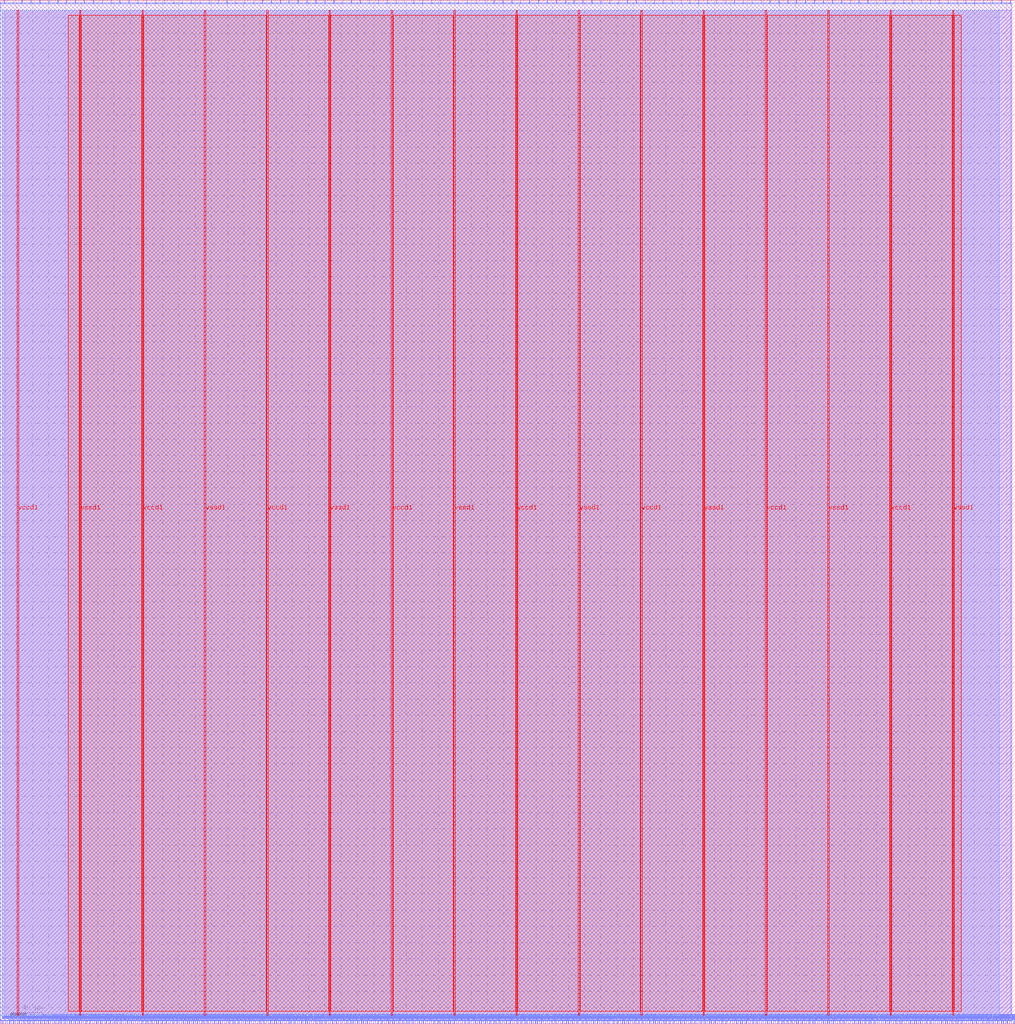
<source format=lef>
VERSION 5.7 ;
  NOWIREEXTENSIONATPIN ON ;
  DIVIDERCHAR "/" ;
  BUSBITCHARS "[]" ;
MACRO accelerator_top
  CLASS BLOCK ;
  FOREIGN accelerator_top ;
  ORIGIN 0.000 0.000 ;
  SIZE 1250.300 BY 1261.020 ;
  PIN io_in[0]
    DIRECTION INPUT ;
    USE SIGNAL ;
    PORT
      LAYER met2 ;
        RECT 5.150 1257.020 5.430 1261.020 ;
    END
  END io_in[0]
  PIN io_in[10]
    DIRECTION INPUT ;
    USE SIGNAL ;
    PORT
      LAYER met2 ;
        RECT 334.050 1257.020 334.330 1261.020 ;
    END
  END io_in[10]
  PIN io_in[11]
    DIRECTION INPUT ;
    USE SIGNAL ;
    PORT
      LAYER met2 ;
        RECT 366.710 1257.020 366.990 1261.020 ;
    END
  END io_in[11]
  PIN io_in[12]
    DIRECTION INPUT ;
    USE SIGNAL ;
    PORT
      LAYER met2 ;
        RECT 399.830 1257.020 400.110 1261.020 ;
    END
  END io_in[12]
  PIN io_in[13]
    DIRECTION INPUT ;
    USE SIGNAL ;
    PORT
      LAYER met2 ;
        RECT 432.490 1257.020 432.770 1261.020 ;
    END
  END io_in[13]
  PIN io_in[14]
    DIRECTION INPUT ;
    USE SIGNAL ;
    PORT
      LAYER met2 ;
        RECT 465.610 1257.020 465.890 1261.020 ;
    END
  END io_in[14]
  PIN io_in[15]
    DIRECTION INPUT ;
    USE SIGNAL ;
    PORT
      LAYER met2 ;
        RECT 498.270 1257.020 498.550 1261.020 ;
    END
  END io_in[15]
  PIN io_in[16]
    DIRECTION INPUT ;
    USE SIGNAL ;
    PORT
      LAYER met2 ;
        RECT 531.390 1257.020 531.670 1261.020 ;
    END
  END io_in[16]
  PIN io_in[17]
    DIRECTION INPUT ;
    USE SIGNAL ;
    PORT
      LAYER met2 ;
        RECT 564.050 1257.020 564.330 1261.020 ;
    END
  END io_in[17]
  PIN io_in[18]
    DIRECTION INPUT ;
    USE SIGNAL ;
    PORT
      LAYER met2 ;
        RECT 597.170 1257.020 597.450 1261.020 ;
    END
  END io_in[18]
  PIN io_in[19]
    DIRECTION INPUT ;
    USE SIGNAL ;
    PORT
      LAYER met2 ;
        RECT 630.290 1257.020 630.570 1261.020 ;
    END
  END io_in[19]
  PIN io_in[1]
    DIRECTION INPUT ;
    USE SIGNAL ;
    PORT
      LAYER met2 ;
        RECT 37.810 1257.020 38.090 1261.020 ;
    END
  END io_in[1]
  PIN io_in[20]
    DIRECTION INPUT ;
    USE SIGNAL ;
    PORT
      LAYER met2 ;
        RECT 662.950 1257.020 663.230 1261.020 ;
    END
  END io_in[20]
  PIN io_in[21]
    DIRECTION INPUT ;
    USE SIGNAL ;
    PORT
      LAYER met2 ;
        RECT 696.070 1257.020 696.350 1261.020 ;
    END
  END io_in[21]
  PIN io_in[22]
    DIRECTION INPUT ;
    USE SIGNAL ;
    PORT
      LAYER met2 ;
        RECT 728.730 1257.020 729.010 1261.020 ;
    END
  END io_in[22]
  PIN io_in[23]
    DIRECTION INPUT ;
    USE SIGNAL ;
    PORT
      LAYER met2 ;
        RECT 761.850 1257.020 762.130 1261.020 ;
    END
  END io_in[23]
  PIN io_in[24]
    DIRECTION INPUT ;
    USE SIGNAL ;
    PORT
      LAYER met2 ;
        RECT 794.510 1257.020 794.790 1261.020 ;
    END
  END io_in[24]
  PIN io_in[25]
    DIRECTION INPUT ;
    USE SIGNAL ;
    PORT
      LAYER met2 ;
        RECT 827.630 1257.020 827.910 1261.020 ;
    END
  END io_in[25]
  PIN io_in[26]
    DIRECTION INPUT ;
    USE SIGNAL ;
    PORT
      LAYER met2 ;
        RECT 860.290 1257.020 860.570 1261.020 ;
    END
  END io_in[26]
  PIN io_in[27]
    DIRECTION INPUT ;
    USE SIGNAL ;
    PORT
      LAYER met2 ;
        RECT 893.410 1257.020 893.690 1261.020 ;
    END
  END io_in[27]
  PIN io_in[28]
    DIRECTION INPUT ;
    USE SIGNAL ;
    PORT
      LAYER met2 ;
        RECT 926.070 1257.020 926.350 1261.020 ;
    END
  END io_in[28]
  PIN io_in[29]
    DIRECTION INPUT ;
    USE SIGNAL ;
    PORT
      LAYER met2 ;
        RECT 959.190 1257.020 959.470 1261.020 ;
    END
  END io_in[29]
  PIN io_in[2]
    DIRECTION INPUT ;
    USE SIGNAL ;
    PORT
      LAYER met2 ;
        RECT 70.930 1257.020 71.210 1261.020 ;
    END
  END io_in[2]
  PIN io_in[30]
    DIRECTION INPUT ;
    USE SIGNAL ;
    PORT
      LAYER met2 ;
        RECT 991.850 1257.020 992.130 1261.020 ;
    END
  END io_in[30]
  PIN io_in[31]
    DIRECTION INPUT ;
    USE SIGNAL ;
    PORT
      LAYER met2 ;
        RECT 1024.970 1257.020 1025.250 1261.020 ;
    END
  END io_in[31]
  PIN io_in[32]
    DIRECTION INPUT ;
    USE SIGNAL ;
    PORT
      LAYER met2 ;
        RECT 1057.630 1257.020 1057.910 1261.020 ;
    END
  END io_in[32]
  PIN io_in[33]
    DIRECTION INPUT ;
    USE SIGNAL ;
    PORT
      LAYER met2 ;
        RECT 1090.750 1257.020 1091.030 1261.020 ;
    END
  END io_in[33]
  PIN io_in[34]
    DIRECTION INPUT ;
    USE SIGNAL ;
    PORT
      LAYER met2 ;
        RECT 1123.410 1257.020 1123.690 1261.020 ;
    END
  END io_in[34]
  PIN io_in[35]
    DIRECTION INPUT ;
    USE SIGNAL ;
    PORT
      LAYER met2 ;
        RECT 1156.530 1257.020 1156.810 1261.020 ;
    END
  END io_in[35]
  PIN io_in[36]
    DIRECTION INPUT ;
    USE SIGNAL ;
    PORT
      LAYER met2 ;
        RECT 1189.190 1257.020 1189.470 1261.020 ;
    END
  END io_in[36]
  PIN io_in[37]
    DIRECTION INPUT ;
    USE SIGNAL ;
    PORT
      LAYER met2 ;
        RECT 1222.310 1257.020 1222.590 1261.020 ;
    END
  END io_in[37]
  PIN io_in[3]
    DIRECTION INPUT ;
    USE SIGNAL ;
    PORT
      LAYER met2 ;
        RECT 103.590 1257.020 103.870 1261.020 ;
    END
  END io_in[3]
  PIN io_in[4]
    DIRECTION INPUT ;
    USE SIGNAL ;
    PORT
      LAYER met2 ;
        RECT 136.710 1257.020 136.990 1261.020 ;
    END
  END io_in[4]
  PIN io_in[5]
    DIRECTION INPUT ;
    USE SIGNAL ;
    PORT
      LAYER met2 ;
        RECT 169.370 1257.020 169.650 1261.020 ;
    END
  END io_in[5]
  PIN io_in[6]
    DIRECTION INPUT ;
    USE SIGNAL ;
    PORT
      LAYER met2 ;
        RECT 202.490 1257.020 202.770 1261.020 ;
    END
  END io_in[6]
  PIN io_in[7]
    DIRECTION INPUT ;
    USE SIGNAL ;
    PORT
      LAYER met2 ;
        RECT 235.150 1257.020 235.430 1261.020 ;
    END
  END io_in[7]
  PIN io_in[8]
    DIRECTION INPUT ;
    USE SIGNAL ;
    PORT
      LAYER met2 ;
        RECT 268.270 1257.020 268.550 1261.020 ;
    END
  END io_in[8]
  PIN io_in[9]
    DIRECTION INPUT ;
    USE SIGNAL ;
    PORT
      LAYER met2 ;
        RECT 300.930 1257.020 301.210 1261.020 ;
    END
  END io_in[9]
  PIN io_oeb[0]
    DIRECTION OUTPUT TRISTATE ;
    USE SIGNAL ;
    PORT
      LAYER met2 ;
        RECT 15.730 1257.020 16.010 1261.020 ;
    END
  END io_oeb[0]
  PIN io_oeb[10]
    DIRECTION OUTPUT TRISTATE ;
    USE SIGNAL ;
    PORT
      LAYER met2 ;
        RECT 345.090 1257.020 345.370 1261.020 ;
    END
  END io_oeb[10]
  PIN io_oeb[11]
    DIRECTION OUTPUT TRISTATE ;
    USE SIGNAL ;
    PORT
      LAYER met2 ;
        RECT 377.750 1257.020 378.030 1261.020 ;
    END
  END io_oeb[11]
  PIN io_oeb[12]
    DIRECTION OUTPUT TRISTATE ;
    USE SIGNAL ;
    PORT
      LAYER met2 ;
        RECT 410.870 1257.020 411.150 1261.020 ;
    END
  END io_oeb[12]
  PIN io_oeb[13]
    DIRECTION OUTPUT TRISTATE ;
    USE SIGNAL ;
    PORT
      LAYER met2 ;
        RECT 443.530 1257.020 443.810 1261.020 ;
    END
  END io_oeb[13]
  PIN io_oeb[14]
    DIRECTION OUTPUT TRISTATE ;
    USE SIGNAL ;
    PORT
      LAYER met2 ;
        RECT 476.650 1257.020 476.930 1261.020 ;
    END
  END io_oeb[14]
  PIN io_oeb[15]
    DIRECTION OUTPUT TRISTATE ;
    USE SIGNAL ;
    PORT
      LAYER met2 ;
        RECT 509.310 1257.020 509.590 1261.020 ;
    END
  END io_oeb[15]
  PIN io_oeb[16]
    DIRECTION OUTPUT TRISTATE ;
    USE SIGNAL ;
    PORT
      LAYER met2 ;
        RECT 542.430 1257.020 542.710 1261.020 ;
    END
  END io_oeb[16]
  PIN io_oeb[17]
    DIRECTION OUTPUT TRISTATE ;
    USE SIGNAL ;
    PORT
      LAYER met2 ;
        RECT 575.090 1257.020 575.370 1261.020 ;
    END
  END io_oeb[17]
  PIN io_oeb[18]
    DIRECTION OUTPUT TRISTATE ;
    USE SIGNAL ;
    PORT
      LAYER met2 ;
        RECT 608.210 1257.020 608.490 1261.020 ;
    END
  END io_oeb[18]
  PIN io_oeb[19]
    DIRECTION OUTPUT TRISTATE ;
    USE SIGNAL ;
    PORT
      LAYER met2 ;
        RECT 640.870 1257.020 641.150 1261.020 ;
    END
  END io_oeb[19]
  PIN io_oeb[1]
    DIRECTION OUTPUT TRISTATE ;
    USE SIGNAL ;
    PORT
      LAYER met2 ;
        RECT 48.850 1257.020 49.130 1261.020 ;
    END
  END io_oeb[1]
  PIN io_oeb[20]
    DIRECTION OUTPUT TRISTATE ;
    USE SIGNAL ;
    PORT
      LAYER met2 ;
        RECT 673.990 1257.020 674.270 1261.020 ;
    END
  END io_oeb[20]
  PIN io_oeb[21]
    DIRECTION OUTPUT TRISTATE ;
    USE SIGNAL ;
    PORT
      LAYER met2 ;
        RECT 706.650 1257.020 706.930 1261.020 ;
    END
  END io_oeb[21]
  PIN io_oeb[22]
    DIRECTION OUTPUT TRISTATE ;
    USE SIGNAL ;
    PORT
      LAYER met2 ;
        RECT 739.770 1257.020 740.050 1261.020 ;
    END
  END io_oeb[22]
  PIN io_oeb[23]
    DIRECTION OUTPUT TRISTATE ;
    USE SIGNAL ;
    PORT
      LAYER met2 ;
        RECT 772.430 1257.020 772.710 1261.020 ;
    END
  END io_oeb[23]
  PIN io_oeb[24]
    DIRECTION OUTPUT TRISTATE ;
    USE SIGNAL ;
    PORT
      LAYER met2 ;
        RECT 805.550 1257.020 805.830 1261.020 ;
    END
  END io_oeb[24]
  PIN io_oeb[25]
    DIRECTION OUTPUT TRISTATE ;
    USE SIGNAL ;
    PORT
      LAYER met2 ;
        RECT 838.670 1257.020 838.950 1261.020 ;
    END
  END io_oeb[25]
  PIN io_oeb[26]
    DIRECTION OUTPUT TRISTATE ;
    USE SIGNAL ;
    PORT
      LAYER met2 ;
        RECT 871.330 1257.020 871.610 1261.020 ;
    END
  END io_oeb[26]
  PIN io_oeb[27]
    DIRECTION OUTPUT TRISTATE ;
    USE SIGNAL ;
    PORT
      LAYER met2 ;
        RECT 904.450 1257.020 904.730 1261.020 ;
    END
  END io_oeb[27]
  PIN io_oeb[28]
    DIRECTION OUTPUT TRISTATE ;
    USE SIGNAL ;
    PORT
      LAYER met2 ;
        RECT 937.110 1257.020 937.390 1261.020 ;
    END
  END io_oeb[28]
  PIN io_oeb[29]
    DIRECTION OUTPUT TRISTATE ;
    USE SIGNAL ;
    PORT
      LAYER met2 ;
        RECT 970.230 1257.020 970.510 1261.020 ;
    END
  END io_oeb[29]
  PIN io_oeb[2]
    DIRECTION OUTPUT TRISTATE ;
    USE SIGNAL ;
    PORT
      LAYER met2 ;
        RECT 81.510 1257.020 81.790 1261.020 ;
    END
  END io_oeb[2]
  PIN io_oeb[30]
    DIRECTION OUTPUT TRISTATE ;
    USE SIGNAL ;
    PORT
      LAYER met2 ;
        RECT 1002.890 1257.020 1003.170 1261.020 ;
    END
  END io_oeb[30]
  PIN io_oeb[31]
    DIRECTION OUTPUT TRISTATE ;
    USE SIGNAL ;
    PORT
      LAYER met2 ;
        RECT 1036.010 1257.020 1036.290 1261.020 ;
    END
  END io_oeb[31]
  PIN io_oeb[32]
    DIRECTION OUTPUT TRISTATE ;
    USE SIGNAL ;
    PORT
      LAYER met2 ;
        RECT 1068.670 1257.020 1068.950 1261.020 ;
    END
  END io_oeb[32]
  PIN io_oeb[33]
    DIRECTION OUTPUT TRISTATE ;
    USE SIGNAL ;
    PORT
      LAYER met2 ;
        RECT 1101.790 1257.020 1102.070 1261.020 ;
    END
  END io_oeb[33]
  PIN io_oeb[34]
    DIRECTION OUTPUT TRISTATE ;
    USE SIGNAL ;
    PORT
      LAYER met2 ;
        RECT 1134.450 1257.020 1134.730 1261.020 ;
    END
  END io_oeb[34]
  PIN io_oeb[35]
    DIRECTION OUTPUT TRISTATE ;
    USE SIGNAL ;
    PORT
      LAYER met2 ;
        RECT 1167.570 1257.020 1167.850 1261.020 ;
    END
  END io_oeb[35]
  PIN io_oeb[36]
    DIRECTION OUTPUT TRISTATE ;
    USE SIGNAL ;
    PORT
      LAYER met2 ;
        RECT 1200.230 1257.020 1200.510 1261.020 ;
    END
  END io_oeb[36]
  PIN io_oeb[37]
    DIRECTION OUTPUT TRISTATE ;
    USE SIGNAL ;
    PORT
      LAYER met2 ;
        RECT 1233.350 1257.020 1233.630 1261.020 ;
    END
  END io_oeb[37]
  PIN io_oeb[3]
    DIRECTION OUTPUT TRISTATE ;
    USE SIGNAL ;
    PORT
      LAYER met2 ;
        RECT 114.630 1257.020 114.910 1261.020 ;
    END
  END io_oeb[3]
  PIN io_oeb[4]
    DIRECTION OUTPUT TRISTATE ;
    USE SIGNAL ;
    PORT
      LAYER met2 ;
        RECT 147.290 1257.020 147.570 1261.020 ;
    END
  END io_oeb[4]
  PIN io_oeb[5]
    DIRECTION OUTPUT TRISTATE ;
    USE SIGNAL ;
    PORT
      LAYER met2 ;
        RECT 180.410 1257.020 180.690 1261.020 ;
    END
  END io_oeb[5]
  PIN io_oeb[6]
    DIRECTION OUTPUT TRISTATE ;
    USE SIGNAL ;
    PORT
      LAYER met2 ;
        RECT 213.530 1257.020 213.810 1261.020 ;
    END
  END io_oeb[6]
  PIN io_oeb[7]
    DIRECTION OUTPUT TRISTATE ;
    USE SIGNAL ;
    PORT
      LAYER met2 ;
        RECT 246.190 1257.020 246.470 1261.020 ;
    END
  END io_oeb[7]
  PIN io_oeb[8]
    DIRECTION OUTPUT TRISTATE ;
    USE SIGNAL ;
    PORT
      LAYER met2 ;
        RECT 279.310 1257.020 279.590 1261.020 ;
    END
  END io_oeb[8]
  PIN io_oeb[9]
    DIRECTION OUTPUT TRISTATE ;
    USE SIGNAL ;
    PORT
      LAYER met2 ;
        RECT 311.970 1257.020 312.250 1261.020 ;
    END
  END io_oeb[9]
  PIN io_out[0]
    DIRECTION OUTPUT TRISTATE ;
    USE SIGNAL ;
    PORT
      LAYER met2 ;
        RECT 26.770 1257.020 27.050 1261.020 ;
    END
  END io_out[0]
  PIN io_out[10]
    DIRECTION OUTPUT TRISTATE ;
    USE SIGNAL ;
    PORT
      LAYER met2 ;
        RECT 355.670 1257.020 355.950 1261.020 ;
    END
  END io_out[10]
  PIN io_out[11]
    DIRECTION OUTPUT TRISTATE ;
    USE SIGNAL ;
    PORT
      LAYER met2 ;
        RECT 388.790 1257.020 389.070 1261.020 ;
    END
  END io_out[11]
  PIN io_out[12]
    DIRECTION OUTPUT TRISTATE ;
    USE SIGNAL ;
    PORT
      LAYER met2 ;
        RECT 421.910 1257.020 422.190 1261.020 ;
    END
  END io_out[12]
  PIN io_out[13]
    DIRECTION OUTPUT TRISTATE ;
    USE SIGNAL ;
    PORT
      LAYER met2 ;
        RECT 454.570 1257.020 454.850 1261.020 ;
    END
  END io_out[13]
  PIN io_out[14]
    DIRECTION OUTPUT TRISTATE ;
    USE SIGNAL ;
    PORT
      LAYER met2 ;
        RECT 487.690 1257.020 487.970 1261.020 ;
    END
  END io_out[14]
  PIN io_out[15]
    DIRECTION OUTPUT TRISTATE ;
    USE SIGNAL ;
    PORT
      LAYER met2 ;
        RECT 520.350 1257.020 520.630 1261.020 ;
    END
  END io_out[15]
  PIN io_out[16]
    DIRECTION OUTPUT TRISTATE ;
    USE SIGNAL ;
    PORT
      LAYER met2 ;
        RECT 553.470 1257.020 553.750 1261.020 ;
    END
  END io_out[16]
  PIN io_out[17]
    DIRECTION OUTPUT TRISTATE ;
    USE SIGNAL ;
    PORT
      LAYER met2 ;
        RECT 586.130 1257.020 586.410 1261.020 ;
    END
  END io_out[17]
  PIN io_out[18]
    DIRECTION OUTPUT TRISTATE ;
    USE SIGNAL ;
    PORT
      LAYER met2 ;
        RECT 619.250 1257.020 619.530 1261.020 ;
    END
  END io_out[18]
  PIN io_out[19]
    DIRECTION OUTPUT TRISTATE ;
    USE SIGNAL ;
    PORT
      LAYER met2 ;
        RECT 651.910 1257.020 652.190 1261.020 ;
    END
  END io_out[19]
  PIN io_out[1]
    DIRECTION OUTPUT TRISTATE ;
    USE SIGNAL ;
    PORT
      LAYER met2 ;
        RECT 59.890 1257.020 60.170 1261.020 ;
    END
  END io_out[1]
  PIN io_out[20]
    DIRECTION OUTPUT TRISTATE ;
    USE SIGNAL ;
    PORT
      LAYER met2 ;
        RECT 685.030 1257.020 685.310 1261.020 ;
    END
  END io_out[20]
  PIN io_out[21]
    DIRECTION OUTPUT TRISTATE ;
    USE SIGNAL ;
    PORT
      LAYER met2 ;
        RECT 717.690 1257.020 717.970 1261.020 ;
    END
  END io_out[21]
  PIN io_out[22]
    DIRECTION OUTPUT TRISTATE ;
    USE SIGNAL ;
    PORT
      LAYER met2 ;
        RECT 750.810 1257.020 751.090 1261.020 ;
    END
  END io_out[22]
  PIN io_out[23]
    DIRECTION OUTPUT TRISTATE ;
    USE SIGNAL ;
    PORT
      LAYER met2 ;
        RECT 783.470 1257.020 783.750 1261.020 ;
    END
  END io_out[23]
  PIN io_out[24]
    DIRECTION OUTPUT TRISTATE ;
    USE SIGNAL ;
    PORT
      LAYER met2 ;
        RECT 816.590 1257.020 816.870 1261.020 ;
    END
  END io_out[24]
  PIN io_out[25]
    DIRECTION OUTPUT TRISTATE ;
    USE SIGNAL ;
    PORT
      LAYER met2 ;
        RECT 849.250 1257.020 849.530 1261.020 ;
    END
  END io_out[25]
  PIN io_out[26]
    DIRECTION OUTPUT TRISTATE ;
    USE SIGNAL ;
    PORT
      LAYER met2 ;
        RECT 882.370 1257.020 882.650 1261.020 ;
    END
  END io_out[26]
  PIN io_out[27]
    DIRECTION OUTPUT TRISTATE ;
    USE SIGNAL ;
    PORT
      LAYER met2 ;
        RECT 915.030 1257.020 915.310 1261.020 ;
    END
  END io_out[27]
  PIN io_out[28]
    DIRECTION OUTPUT TRISTATE ;
    USE SIGNAL ;
    PORT
      LAYER met2 ;
        RECT 948.150 1257.020 948.430 1261.020 ;
    END
  END io_out[28]
  PIN io_out[29]
    DIRECTION OUTPUT TRISTATE ;
    USE SIGNAL ;
    PORT
      LAYER met2 ;
        RECT 980.810 1257.020 981.090 1261.020 ;
    END
  END io_out[29]
  PIN io_out[2]
    DIRECTION OUTPUT TRISTATE ;
    USE SIGNAL ;
    PORT
      LAYER met2 ;
        RECT 92.550 1257.020 92.830 1261.020 ;
    END
  END io_out[2]
  PIN io_out[30]
    DIRECTION OUTPUT TRISTATE ;
    USE SIGNAL ;
    PORT
      LAYER met2 ;
        RECT 1013.930 1257.020 1014.210 1261.020 ;
    END
  END io_out[30]
  PIN io_out[31]
    DIRECTION OUTPUT TRISTATE ;
    USE SIGNAL ;
    PORT
      LAYER met2 ;
        RECT 1047.050 1257.020 1047.330 1261.020 ;
    END
  END io_out[31]
  PIN io_out[32]
    DIRECTION OUTPUT TRISTATE ;
    USE SIGNAL ;
    PORT
      LAYER met2 ;
        RECT 1079.710 1257.020 1079.990 1261.020 ;
    END
  END io_out[32]
  PIN io_out[33]
    DIRECTION OUTPUT TRISTATE ;
    USE SIGNAL ;
    PORT
      LAYER met2 ;
        RECT 1112.830 1257.020 1113.110 1261.020 ;
    END
  END io_out[33]
  PIN io_out[34]
    DIRECTION OUTPUT TRISTATE ;
    USE SIGNAL ;
    PORT
      LAYER met2 ;
        RECT 1145.490 1257.020 1145.770 1261.020 ;
    END
  END io_out[34]
  PIN io_out[35]
    DIRECTION OUTPUT TRISTATE ;
    USE SIGNAL ;
    PORT
      LAYER met2 ;
        RECT 1178.610 1257.020 1178.890 1261.020 ;
    END
  END io_out[35]
  PIN io_out[36]
    DIRECTION OUTPUT TRISTATE ;
    USE SIGNAL ;
    PORT
      LAYER met2 ;
        RECT 1211.270 1257.020 1211.550 1261.020 ;
    END
  END io_out[36]
  PIN io_out[37]
    DIRECTION OUTPUT TRISTATE ;
    USE SIGNAL ;
    PORT
      LAYER met2 ;
        RECT 1244.390 1257.020 1244.670 1261.020 ;
    END
  END io_out[37]
  PIN io_out[3]
    DIRECTION OUTPUT TRISTATE ;
    USE SIGNAL ;
    PORT
      LAYER met2 ;
        RECT 125.670 1257.020 125.950 1261.020 ;
    END
  END io_out[3]
  PIN io_out[4]
    DIRECTION OUTPUT TRISTATE ;
    USE SIGNAL ;
    PORT
      LAYER met2 ;
        RECT 158.330 1257.020 158.610 1261.020 ;
    END
  END io_out[4]
  PIN io_out[5]
    DIRECTION OUTPUT TRISTATE ;
    USE SIGNAL ;
    PORT
      LAYER met2 ;
        RECT 191.450 1257.020 191.730 1261.020 ;
    END
  END io_out[5]
  PIN io_out[6]
    DIRECTION OUTPUT TRISTATE ;
    USE SIGNAL ;
    PORT
      LAYER met2 ;
        RECT 224.110 1257.020 224.390 1261.020 ;
    END
  END io_out[6]
  PIN io_out[7]
    DIRECTION OUTPUT TRISTATE ;
    USE SIGNAL ;
    PORT
      LAYER met2 ;
        RECT 257.230 1257.020 257.510 1261.020 ;
    END
  END io_out[7]
  PIN io_out[8]
    DIRECTION OUTPUT TRISTATE ;
    USE SIGNAL ;
    PORT
      LAYER met2 ;
        RECT 289.890 1257.020 290.170 1261.020 ;
    END
  END io_out[8]
  PIN io_out[9]
    DIRECTION OUTPUT TRISTATE ;
    USE SIGNAL ;
    PORT
      LAYER met2 ;
        RECT 323.010 1257.020 323.290 1261.020 ;
    END
  END io_out[9]
  PIN la_data_in[0]
    DIRECTION INPUT ;
    USE SIGNAL ;
    PORT
      LAYER met2 ;
        RECT 271.030 0.000 271.310 4.000 ;
    END
  END la_data_in[0]
  PIN la_data_in[100]
    DIRECTION INPUT ;
    USE SIGNAL ;
    PORT
      LAYER met2 ;
        RECT 1036.930 0.000 1037.210 4.000 ;
    END
  END la_data_in[100]
  PIN la_data_in[101]
    DIRECTION INPUT ;
    USE SIGNAL ;
    PORT
      LAYER met2 ;
        RECT 1044.290 0.000 1044.570 4.000 ;
    END
  END la_data_in[101]
  PIN la_data_in[102]
    DIRECTION INPUT ;
    USE SIGNAL ;
    PORT
      LAYER met2 ;
        RECT 1052.110 0.000 1052.390 4.000 ;
    END
  END la_data_in[102]
  PIN la_data_in[103]
    DIRECTION INPUT ;
    USE SIGNAL ;
    PORT
      LAYER met2 ;
        RECT 1059.470 0.000 1059.750 4.000 ;
    END
  END la_data_in[103]
  PIN la_data_in[104]
    DIRECTION INPUT ;
    USE SIGNAL ;
    PORT
      LAYER met2 ;
        RECT 1067.290 0.000 1067.570 4.000 ;
    END
  END la_data_in[104]
  PIN la_data_in[105]
    DIRECTION INPUT ;
    USE SIGNAL ;
    PORT
      LAYER met2 ;
        RECT 1075.110 0.000 1075.390 4.000 ;
    END
  END la_data_in[105]
  PIN la_data_in[106]
    DIRECTION INPUT ;
    USE SIGNAL ;
    PORT
      LAYER met2 ;
        RECT 1082.470 0.000 1082.750 4.000 ;
    END
  END la_data_in[106]
  PIN la_data_in[107]
    DIRECTION INPUT ;
    USE SIGNAL ;
    PORT
      LAYER met2 ;
        RECT 1090.290 0.000 1090.570 4.000 ;
    END
  END la_data_in[107]
  PIN la_data_in[108]
    DIRECTION INPUT ;
    USE SIGNAL ;
    PORT
      LAYER met2 ;
        RECT 1098.110 0.000 1098.390 4.000 ;
    END
  END la_data_in[108]
  PIN la_data_in[109]
    DIRECTION INPUT ;
    USE SIGNAL ;
    PORT
      LAYER met2 ;
        RECT 1105.470 0.000 1105.750 4.000 ;
    END
  END la_data_in[109]
  PIN la_data_in[10]
    DIRECTION INPUT ;
    USE SIGNAL ;
    PORT
      LAYER met2 ;
        RECT 347.850 0.000 348.130 4.000 ;
    END
  END la_data_in[10]
  PIN la_data_in[110]
    DIRECTION INPUT ;
    USE SIGNAL ;
    PORT
      LAYER met2 ;
        RECT 1113.290 0.000 1113.570 4.000 ;
    END
  END la_data_in[110]
  PIN la_data_in[111]
    DIRECTION INPUT ;
    USE SIGNAL ;
    PORT
      LAYER met2 ;
        RECT 1121.110 0.000 1121.390 4.000 ;
    END
  END la_data_in[111]
  PIN la_data_in[112]
    DIRECTION INPUT ;
    USE SIGNAL ;
    PORT
      LAYER met2 ;
        RECT 1128.470 0.000 1128.750 4.000 ;
    END
  END la_data_in[112]
  PIN la_data_in[113]
    DIRECTION INPUT ;
    USE SIGNAL ;
    PORT
      LAYER met2 ;
        RECT 1136.290 0.000 1136.570 4.000 ;
    END
  END la_data_in[113]
  PIN la_data_in[114]
    DIRECTION INPUT ;
    USE SIGNAL ;
    PORT
      LAYER met2 ;
        RECT 1144.110 0.000 1144.390 4.000 ;
    END
  END la_data_in[114]
  PIN la_data_in[115]
    DIRECTION INPUT ;
    USE SIGNAL ;
    PORT
      LAYER met2 ;
        RECT 1151.470 0.000 1151.750 4.000 ;
    END
  END la_data_in[115]
  PIN la_data_in[116]
    DIRECTION INPUT ;
    USE SIGNAL ;
    PORT
      LAYER met2 ;
        RECT 1159.290 0.000 1159.570 4.000 ;
    END
  END la_data_in[116]
  PIN la_data_in[117]
    DIRECTION INPUT ;
    USE SIGNAL ;
    PORT
      LAYER met2 ;
        RECT 1166.650 0.000 1166.930 4.000 ;
    END
  END la_data_in[117]
  PIN la_data_in[118]
    DIRECTION INPUT ;
    USE SIGNAL ;
    PORT
      LAYER met2 ;
        RECT 1174.470 0.000 1174.750 4.000 ;
    END
  END la_data_in[118]
  PIN la_data_in[119]
    DIRECTION INPUT ;
    USE SIGNAL ;
    PORT
      LAYER met2 ;
        RECT 1182.290 0.000 1182.570 4.000 ;
    END
  END la_data_in[119]
  PIN la_data_in[11]
    DIRECTION INPUT ;
    USE SIGNAL ;
    PORT
      LAYER met2 ;
        RECT 355.670 0.000 355.950 4.000 ;
    END
  END la_data_in[11]
  PIN la_data_in[120]
    DIRECTION INPUT ;
    USE SIGNAL ;
    PORT
      LAYER met2 ;
        RECT 1189.650 0.000 1189.930 4.000 ;
    END
  END la_data_in[120]
  PIN la_data_in[121]
    DIRECTION INPUT ;
    USE SIGNAL ;
    PORT
      LAYER met2 ;
        RECT 1197.470 0.000 1197.750 4.000 ;
    END
  END la_data_in[121]
  PIN la_data_in[122]
    DIRECTION INPUT ;
    USE SIGNAL ;
    PORT
      LAYER met2 ;
        RECT 1205.290 0.000 1205.570 4.000 ;
    END
  END la_data_in[122]
  PIN la_data_in[123]
    DIRECTION INPUT ;
    USE SIGNAL ;
    PORT
      LAYER met2 ;
        RECT 1212.650 0.000 1212.930 4.000 ;
    END
  END la_data_in[123]
  PIN la_data_in[124]
    DIRECTION INPUT ;
    USE SIGNAL ;
    PORT
      LAYER met2 ;
        RECT 1220.470 0.000 1220.750 4.000 ;
    END
  END la_data_in[124]
  PIN la_data_in[125]
    DIRECTION INPUT ;
    USE SIGNAL ;
    PORT
      LAYER met2 ;
        RECT 1228.290 0.000 1228.570 4.000 ;
    END
  END la_data_in[125]
  PIN la_data_in[126]
    DIRECTION INPUT ;
    USE SIGNAL ;
    PORT
      LAYER met2 ;
        RECT 1235.650 0.000 1235.930 4.000 ;
    END
  END la_data_in[126]
  PIN la_data_in[127]
    DIRECTION INPUT ;
    USE SIGNAL ;
    PORT
      LAYER met2 ;
        RECT 1243.470 0.000 1243.750 4.000 ;
    END
  END la_data_in[127]
  PIN la_data_in[12]
    DIRECTION INPUT ;
    USE SIGNAL ;
    PORT
      LAYER met2 ;
        RECT 363.030 0.000 363.310 4.000 ;
    END
  END la_data_in[12]
  PIN la_data_in[13]
    DIRECTION INPUT ;
    USE SIGNAL ;
    PORT
      LAYER met2 ;
        RECT 370.850 0.000 371.130 4.000 ;
    END
  END la_data_in[13]
  PIN la_data_in[14]
    DIRECTION INPUT ;
    USE SIGNAL ;
    PORT
      LAYER met2 ;
        RECT 378.210 0.000 378.490 4.000 ;
    END
  END la_data_in[14]
  PIN la_data_in[15]
    DIRECTION INPUT ;
    USE SIGNAL ;
    PORT
      LAYER met2 ;
        RECT 386.030 0.000 386.310 4.000 ;
    END
  END la_data_in[15]
  PIN la_data_in[16]
    DIRECTION INPUT ;
    USE SIGNAL ;
    PORT
      LAYER met2 ;
        RECT 393.850 0.000 394.130 4.000 ;
    END
  END la_data_in[16]
  PIN la_data_in[17]
    DIRECTION INPUT ;
    USE SIGNAL ;
    PORT
      LAYER met2 ;
        RECT 401.210 0.000 401.490 4.000 ;
    END
  END la_data_in[17]
  PIN la_data_in[18]
    DIRECTION INPUT ;
    USE SIGNAL ;
    PORT
      LAYER met2 ;
        RECT 409.030 0.000 409.310 4.000 ;
    END
  END la_data_in[18]
  PIN la_data_in[19]
    DIRECTION INPUT ;
    USE SIGNAL ;
    PORT
      LAYER met2 ;
        RECT 416.850 0.000 417.130 4.000 ;
    END
  END la_data_in[19]
  PIN la_data_in[1]
    DIRECTION INPUT ;
    USE SIGNAL ;
    PORT
      LAYER met2 ;
        RECT 278.850 0.000 279.130 4.000 ;
    END
  END la_data_in[1]
  PIN la_data_in[20]
    DIRECTION INPUT ;
    USE SIGNAL ;
    PORT
      LAYER met2 ;
        RECT 424.210 0.000 424.490 4.000 ;
    END
  END la_data_in[20]
  PIN la_data_in[21]
    DIRECTION INPUT ;
    USE SIGNAL ;
    PORT
      LAYER met2 ;
        RECT 432.030 0.000 432.310 4.000 ;
    END
  END la_data_in[21]
  PIN la_data_in[22]
    DIRECTION INPUT ;
    USE SIGNAL ;
    PORT
      LAYER met2 ;
        RECT 439.850 0.000 440.130 4.000 ;
    END
  END la_data_in[22]
  PIN la_data_in[23]
    DIRECTION INPUT ;
    USE SIGNAL ;
    PORT
      LAYER met2 ;
        RECT 447.210 0.000 447.490 4.000 ;
    END
  END la_data_in[23]
  PIN la_data_in[24]
    DIRECTION INPUT ;
    USE SIGNAL ;
    PORT
      LAYER met2 ;
        RECT 455.030 0.000 455.310 4.000 ;
    END
  END la_data_in[24]
  PIN la_data_in[25]
    DIRECTION INPUT ;
    USE SIGNAL ;
    PORT
      LAYER met2 ;
        RECT 462.390 0.000 462.670 4.000 ;
    END
  END la_data_in[25]
  PIN la_data_in[26]
    DIRECTION INPUT ;
    USE SIGNAL ;
    PORT
      LAYER met2 ;
        RECT 470.210 0.000 470.490 4.000 ;
    END
  END la_data_in[26]
  PIN la_data_in[27]
    DIRECTION INPUT ;
    USE SIGNAL ;
    PORT
      LAYER met2 ;
        RECT 478.030 0.000 478.310 4.000 ;
    END
  END la_data_in[27]
  PIN la_data_in[28]
    DIRECTION INPUT ;
    USE SIGNAL ;
    PORT
      LAYER met2 ;
        RECT 485.390 0.000 485.670 4.000 ;
    END
  END la_data_in[28]
  PIN la_data_in[29]
    DIRECTION INPUT ;
    USE SIGNAL ;
    PORT
      LAYER met2 ;
        RECT 493.210 0.000 493.490 4.000 ;
    END
  END la_data_in[29]
  PIN la_data_in[2]
    DIRECTION INPUT ;
    USE SIGNAL ;
    PORT
      LAYER met2 ;
        RECT 286.670 0.000 286.950 4.000 ;
    END
  END la_data_in[2]
  PIN la_data_in[30]
    DIRECTION INPUT ;
    USE SIGNAL ;
    PORT
      LAYER met2 ;
        RECT 501.030 0.000 501.310 4.000 ;
    END
  END la_data_in[30]
  PIN la_data_in[31]
    DIRECTION INPUT ;
    USE SIGNAL ;
    PORT
      LAYER met2 ;
        RECT 508.390 0.000 508.670 4.000 ;
    END
  END la_data_in[31]
  PIN la_data_in[32]
    DIRECTION INPUT ;
    USE SIGNAL ;
    PORT
      LAYER met2 ;
        RECT 516.210 0.000 516.490 4.000 ;
    END
  END la_data_in[32]
  PIN la_data_in[33]
    DIRECTION INPUT ;
    USE SIGNAL ;
    PORT
      LAYER met2 ;
        RECT 524.030 0.000 524.310 4.000 ;
    END
  END la_data_in[33]
  PIN la_data_in[34]
    DIRECTION INPUT ;
    USE SIGNAL ;
    PORT
      LAYER met2 ;
        RECT 531.390 0.000 531.670 4.000 ;
    END
  END la_data_in[34]
  PIN la_data_in[35]
    DIRECTION INPUT ;
    USE SIGNAL ;
    PORT
      LAYER met2 ;
        RECT 539.210 0.000 539.490 4.000 ;
    END
  END la_data_in[35]
  PIN la_data_in[36]
    DIRECTION INPUT ;
    USE SIGNAL ;
    PORT
      LAYER met2 ;
        RECT 547.030 0.000 547.310 4.000 ;
    END
  END la_data_in[36]
  PIN la_data_in[37]
    DIRECTION INPUT ;
    USE SIGNAL ;
    PORT
      LAYER met2 ;
        RECT 554.390 0.000 554.670 4.000 ;
    END
  END la_data_in[37]
  PIN la_data_in[38]
    DIRECTION INPUT ;
    USE SIGNAL ;
    PORT
      LAYER met2 ;
        RECT 562.210 0.000 562.490 4.000 ;
    END
  END la_data_in[38]
  PIN la_data_in[39]
    DIRECTION INPUT ;
    USE SIGNAL ;
    PORT
      LAYER met2 ;
        RECT 569.570 0.000 569.850 4.000 ;
    END
  END la_data_in[39]
  PIN la_data_in[3]
    DIRECTION INPUT ;
    USE SIGNAL ;
    PORT
      LAYER met2 ;
        RECT 294.030 0.000 294.310 4.000 ;
    END
  END la_data_in[3]
  PIN la_data_in[40]
    DIRECTION INPUT ;
    USE SIGNAL ;
    PORT
      LAYER met2 ;
        RECT 577.390 0.000 577.670 4.000 ;
    END
  END la_data_in[40]
  PIN la_data_in[41]
    DIRECTION INPUT ;
    USE SIGNAL ;
    PORT
      LAYER met2 ;
        RECT 585.210 0.000 585.490 4.000 ;
    END
  END la_data_in[41]
  PIN la_data_in[42]
    DIRECTION INPUT ;
    USE SIGNAL ;
    PORT
      LAYER met2 ;
        RECT 592.570 0.000 592.850 4.000 ;
    END
  END la_data_in[42]
  PIN la_data_in[43]
    DIRECTION INPUT ;
    USE SIGNAL ;
    PORT
      LAYER met2 ;
        RECT 600.390 0.000 600.670 4.000 ;
    END
  END la_data_in[43]
  PIN la_data_in[44]
    DIRECTION INPUT ;
    USE SIGNAL ;
    PORT
      LAYER met2 ;
        RECT 608.210 0.000 608.490 4.000 ;
    END
  END la_data_in[44]
  PIN la_data_in[45]
    DIRECTION INPUT ;
    USE SIGNAL ;
    PORT
      LAYER met2 ;
        RECT 615.570 0.000 615.850 4.000 ;
    END
  END la_data_in[45]
  PIN la_data_in[46]
    DIRECTION INPUT ;
    USE SIGNAL ;
    PORT
      LAYER met2 ;
        RECT 623.390 0.000 623.670 4.000 ;
    END
  END la_data_in[46]
  PIN la_data_in[47]
    DIRECTION INPUT ;
    USE SIGNAL ;
    PORT
      LAYER met2 ;
        RECT 631.210 0.000 631.490 4.000 ;
    END
  END la_data_in[47]
  PIN la_data_in[48]
    DIRECTION INPUT ;
    USE SIGNAL ;
    PORT
      LAYER met2 ;
        RECT 638.570 0.000 638.850 4.000 ;
    END
  END la_data_in[48]
  PIN la_data_in[49]
    DIRECTION INPUT ;
    USE SIGNAL ;
    PORT
      LAYER met2 ;
        RECT 646.390 0.000 646.670 4.000 ;
    END
  END la_data_in[49]
  PIN la_data_in[4]
    DIRECTION INPUT ;
    USE SIGNAL ;
    PORT
      LAYER met2 ;
        RECT 301.850 0.000 302.130 4.000 ;
    END
  END la_data_in[4]
  PIN la_data_in[50]
    DIRECTION INPUT ;
    USE SIGNAL ;
    PORT
      LAYER met2 ;
        RECT 654.210 0.000 654.490 4.000 ;
    END
  END la_data_in[50]
  PIN la_data_in[51]
    DIRECTION INPUT ;
    USE SIGNAL ;
    PORT
      LAYER met2 ;
        RECT 661.570 0.000 661.850 4.000 ;
    END
  END la_data_in[51]
  PIN la_data_in[52]
    DIRECTION INPUT ;
    USE SIGNAL ;
    PORT
      LAYER met2 ;
        RECT 669.390 0.000 669.670 4.000 ;
    END
  END la_data_in[52]
  PIN la_data_in[53]
    DIRECTION INPUT ;
    USE SIGNAL ;
    PORT
      LAYER met2 ;
        RECT 676.750 0.000 677.030 4.000 ;
    END
  END la_data_in[53]
  PIN la_data_in[54]
    DIRECTION INPUT ;
    USE SIGNAL ;
    PORT
      LAYER met2 ;
        RECT 684.570 0.000 684.850 4.000 ;
    END
  END la_data_in[54]
  PIN la_data_in[55]
    DIRECTION INPUT ;
    USE SIGNAL ;
    PORT
      LAYER met2 ;
        RECT 692.390 0.000 692.670 4.000 ;
    END
  END la_data_in[55]
  PIN la_data_in[56]
    DIRECTION INPUT ;
    USE SIGNAL ;
    PORT
      LAYER met2 ;
        RECT 699.750 0.000 700.030 4.000 ;
    END
  END la_data_in[56]
  PIN la_data_in[57]
    DIRECTION INPUT ;
    USE SIGNAL ;
    PORT
      LAYER met2 ;
        RECT 707.570 0.000 707.850 4.000 ;
    END
  END la_data_in[57]
  PIN la_data_in[58]
    DIRECTION INPUT ;
    USE SIGNAL ;
    PORT
      LAYER met2 ;
        RECT 715.390 0.000 715.670 4.000 ;
    END
  END la_data_in[58]
  PIN la_data_in[59]
    DIRECTION INPUT ;
    USE SIGNAL ;
    PORT
      LAYER met2 ;
        RECT 722.750 0.000 723.030 4.000 ;
    END
  END la_data_in[59]
  PIN la_data_in[5]
    DIRECTION INPUT ;
    USE SIGNAL ;
    PORT
      LAYER met2 ;
        RECT 309.670 0.000 309.950 4.000 ;
    END
  END la_data_in[5]
  PIN la_data_in[60]
    DIRECTION INPUT ;
    USE SIGNAL ;
    PORT
      LAYER met2 ;
        RECT 730.570 0.000 730.850 4.000 ;
    END
  END la_data_in[60]
  PIN la_data_in[61]
    DIRECTION INPUT ;
    USE SIGNAL ;
    PORT
      LAYER met2 ;
        RECT 738.390 0.000 738.670 4.000 ;
    END
  END la_data_in[61]
  PIN la_data_in[62]
    DIRECTION INPUT ;
    USE SIGNAL ;
    PORT
      LAYER met2 ;
        RECT 745.750 0.000 746.030 4.000 ;
    END
  END la_data_in[62]
  PIN la_data_in[63]
    DIRECTION INPUT ;
    USE SIGNAL ;
    PORT
      LAYER met2 ;
        RECT 753.570 0.000 753.850 4.000 ;
    END
  END la_data_in[63]
  PIN la_data_in[64]
    DIRECTION INPUT ;
    USE SIGNAL ;
    PORT
      LAYER met2 ;
        RECT 760.930 0.000 761.210 4.000 ;
    END
  END la_data_in[64]
  PIN la_data_in[65]
    DIRECTION INPUT ;
    USE SIGNAL ;
    PORT
      LAYER met2 ;
        RECT 768.750 0.000 769.030 4.000 ;
    END
  END la_data_in[65]
  PIN la_data_in[66]
    DIRECTION INPUT ;
    USE SIGNAL ;
    PORT
      LAYER met2 ;
        RECT 776.570 0.000 776.850 4.000 ;
    END
  END la_data_in[66]
  PIN la_data_in[67]
    DIRECTION INPUT ;
    USE SIGNAL ;
    PORT
      LAYER met2 ;
        RECT 783.930 0.000 784.210 4.000 ;
    END
  END la_data_in[67]
  PIN la_data_in[68]
    DIRECTION INPUT ;
    USE SIGNAL ;
    PORT
      LAYER met2 ;
        RECT 791.750 0.000 792.030 4.000 ;
    END
  END la_data_in[68]
  PIN la_data_in[69]
    DIRECTION INPUT ;
    USE SIGNAL ;
    PORT
      LAYER met2 ;
        RECT 799.570 0.000 799.850 4.000 ;
    END
  END la_data_in[69]
  PIN la_data_in[6]
    DIRECTION INPUT ;
    USE SIGNAL ;
    PORT
      LAYER met2 ;
        RECT 317.030 0.000 317.310 4.000 ;
    END
  END la_data_in[6]
  PIN la_data_in[70]
    DIRECTION INPUT ;
    USE SIGNAL ;
    PORT
      LAYER met2 ;
        RECT 806.930 0.000 807.210 4.000 ;
    END
  END la_data_in[70]
  PIN la_data_in[71]
    DIRECTION INPUT ;
    USE SIGNAL ;
    PORT
      LAYER met2 ;
        RECT 814.750 0.000 815.030 4.000 ;
    END
  END la_data_in[71]
  PIN la_data_in[72]
    DIRECTION INPUT ;
    USE SIGNAL ;
    PORT
      LAYER met2 ;
        RECT 822.570 0.000 822.850 4.000 ;
    END
  END la_data_in[72]
  PIN la_data_in[73]
    DIRECTION INPUT ;
    USE SIGNAL ;
    PORT
      LAYER met2 ;
        RECT 829.930 0.000 830.210 4.000 ;
    END
  END la_data_in[73]
  PIN la_data_in[74]
    DIRECTION INPUT ;
    USE SIGNAL ;
    PORT
      LAYER met2 ;
        RECT 837.750 0.000 838.030 4.000 ;
    END
  END la_data_in[74]
  PIN la_data_in[75]
    DIRECTION INPUT ;
    USE SIGNAL ;
    PORT
      LAYER met2 ;
        RECT 845.570 0.000 845.850 4.000 ;
    END
  END la_data_in[75]
  PIN la_data_in[76]
    DIRECTION INPUT ;
    USE SIGNAL ;
    PORT
      LAYER met2 ;
        RECT 852.930 0.000 853.210 4.000 ;
    END
  END la_data_in[76]
  PIN la_data_in[77]
    DIRECTION INPUT ;
    USE SIGNAL ;
    PORT
      LAYER met2 ;
        RECT 860.750 0.000 861.030 4.000 ;
    END
  END la_data_in[77]
  PIN la_data_in[78]
    DIRECTION INPUT ;
    USE SIGNAL ;
    PORT
      LAYER met2 ;
        RECT 868.110 0.000 868.390 4.000 ;
    END
  END la_data_in[78]
  PIN la_data_in[79]
    DIRECTION INPUT ;
    USE SIGNAL ;
    PORT
      LAYER met2 ;
        RECT 875.930 0.000 876.210 4.000 ;
    END
  END la_data_in[79]
  PIN la_data_in[7]
    DIRECTION INPUT ;
    USE SIGNAL ;
    PORT
      LAYER met2 ;
        RECT 324.850 0.000 325.130 4.000 ;
    END
  END la_data_in[7]
  PIN la_data_in[80]
    DIRECTION INPUT ;
    USE SIGNAL ;
    PORT
      LAYER met2 ;
        RECT 883.750 0.000 884.030 4.000 ;
    END
  END la_data_in[80]
  PIN la_data_in[81]
    DIRECTION INPUT ;
    USE SIGNAL ;
    PORT
      LAYER met2 ;
        RECT 891.110 0.000 891.390 4.000 ;
    END
  END la_data_in[81]
  PIN la_data_in[82]
    DIRECTION INPUT ;
    USE SIGNAL ;
    PORT
      LAYER met2 ;
        RECT 898.930 0.000 899.210 4.000 ;
    END
  END la_data_in[82]
  PIN la_data_in[83]
    DIRECTION INPUT ;
    USE SIGNAL ;
    PORT
      LAYER met2 ;
        RECT 906.750 0.000 907.030 4.000 ;
    END
  END la_data_in[83]
  PIN la_data_in[84]
    DIRECTION INPUT ;
    USE SIGNAL ;
    PORT
      LAYER met2 ;
        RECT 914.110 0.000 914.390 4.000 ;
    END
  END la_data_in[84]
  PIN la_data_in[85]
    DIRECTION INPUT ;
    USE SIGNAL ;
    PORT
      LAYER met2 ;
        RECT 921.930 0.000 922.210 4.000 ;
    END
  END la_data_in[85]
  PIN la_data_in[86]
    DIRECTION INPUT ;
    USE SIGNAL ;
    PORT
      LAYER met2 ;
        RECT 929.750 0.000 930.030 4.000 ;
    END
  END la_data_in[86]
  PIN la_data_in[87]
    DIRECTION INPUT ;
    USE SIGNAL ;
    PORT
      LAYER met2 ;
        RECT 937.110 0.000 937.390 4.000 ;
    END
  END la_data_in[87]
  PIN la_data_in[88]
    DIRECTION INPUT ;
    USE SIGNAL ;
    PORT
      LAYER met2 ;
        RECT 944.930 0.000 945.210 4.000 ;
    END
  END la_data_in[88]
  PIN la_data_in[89]
    DIRECTION INPUT ;
    USE SIGNAL ;
    PORT
      LAYER met2 ;
        RECT 952.750 0.000 953.030 4.000 ;
    END
  END la_data_in[89]
  PIN la_data_in[8]
    DIRECTION INPUT ;
    USE SIGNAL ;
    PORT
      LAYER met2 ;
        RECT 332.670 0.000 332.950 4.000 ;
    END
  END la_data_in[8]
  PIN la_data_in[90]
    DIRECTION INPUT ;
    USE SIGNAL ;
    PORT
      LAYER met2 ;
        RECT 960.110 0.000 960.390 4.000 ;
    END
  END la_data_in[90]
  PIN la_data_in[91]
    DIRECTION INPUT ;
    USE SIGNAL ;
    PORT
      LAYER met2 ;
        RECT 967.930 0.000 968.210 4.000 ;
    END
  END la_data_in[91]
  PIN la_data_in[92]
    DIRECTION INPUT ;
    USE SIGNAL ;
    PORT
      LAYER met2 ;
        RECT 975.290 0.000 975.570 4.000 ;
    END
  END la_data_in[92]
  PIN la_data_in[93]
    DIRECTION INPUT ;
    USE SIGNAL ;
    PORT
      LAYER met2 ;
        RECT 983.110 0.000 983.390 4.000 ;
    END
  END la_data_in[93]
  PIN la_data_in[94]
    DIRECTION INPUT ;
    USE SIGNAL ;
    PORT
      LAYER met2 ;
        RECT 990.930 0.000 991.210 4.000 ;
    END
  END la_data_in[94]
  PIN la_data_in[95]
    DIRECTION INPUT ;
    USE SIGNAL ;
    PORT
      LAYER met2 ;
        RECT 998.290 0.000 998.570 4.000 ;
    END
  END la_data_in[95]
  PIN la_data_in[96]
    DIRECTION INPUT ;
    USE SIGNAL ;
    PORT
      LAYER met2 ;
        RECT 1006.110 0.000 1006.390 4.000 ;
    END
  END la_data_in[96]
  PIN la_data_in[97]
    DIRECTION INPUT ;
    USE SIGNAL ;
    PORT
      LAYER met2 ;
        RECT 1013.930 0.000 1014.210 4.000 ;
    END
  END la_data_in[97]
  PIN la_data_in[98]
    DIRECTION INPUT ;
    USE SIGNAL ;
    PORT
      LAYER met2 ;
        RECT 1021.290 0.000 1021.570 4.000 ;
    END
  END la_data_in[98]
  PIN la_data_in[99]
    DIRECTION INPUT ;
    USE SIGNAL ;
    PORT
      LAYER met2 ;
        RECT 1029.110 0.000 1029.390 4.000 ;
    END
  END la_data_in[99]
  PIN la_data_in[9]
    DIRECTION INPUT ;
    USE SIGNAL ;
    PORT
      LAYER met2 ;
        RECT 340.030 0.000 340.310 4.000 ;
    END
  END la_data_in[9]
  PIN la_data_out[0]
    DIRECTION OUTPUT TRISTATE ;
    USE SIGNAL ;
    PORT
      LAYER met2 ;
        RECT 273.790 0.000 274.070 4.000 ;
    END
  END la_data_out[0]
  PIN la_data_out[100]
    DIRECTION OUTPUT TRISTATE ;
    USE SIGNAL ;
    PORT
      LAYER met2 ;
        RECT 1039.230 0.000 1039.510 4.000 ;
    END
  END la_data_out[100]
  PIN la_data_out[101]
    DIRECTION OUTPUT TRISTATE ;
    USE SIGNAL ;
    PORT
      LAYER met2 ;
        RECT 1047.050 0.000 1047.330 4.000 ;
    END
  END la_data_out[101]
  PIN la_data_out[102]
    DIRECTION OUTPUT TRISTATE ;
    USE SIGNAL ;
    PORT
      LAYER met2 ;
        RECT 1054.410 0.000 1054.690 4.000 ;
    END
  END la_data_out[102]
  PIN la_data_out[103]
    DIRECTION OUTPUT TRISTATE ;
    USE SIGNAL ;
    PORT
      LAYER met2 ;
        RECT 1062.230 0.000 1062.510 4.000 ;
    END
  END la_data_out[103]
  PIN la_data_out[104]
    DIRECTION OUTPUT TRISTATE ;
    USE SIGNAL ;
    PORT
      LAYER met2 ;
        RECT 1070.050 0.000 1070.330 4.000 ;
    END
  END la_data_out[104]
  PIN la_data_out[105]
    DIRECTION OUTPUT TRISTATE ;
    USE SIGNAL ;
    PORT
      LAYER met2 ;
        RECT 1077.410 0.000 1077.690 4.000 ;
    END
  END la_data_out[105]
  PIN la_data_out[106]
    DIRECTION OUTPUT TRISTATE ;
    USE SIGNAL ;
    PORT
      LAYER met2 ;
        RECT 1085.230 0.000 1085.510 4.000 ;
    END
  END la_data_out[106]
  PIN la_data_out[107]
    DIRECTION OUTPUT TRISTATE ;
    USE SIGNAL ;
    PORT
      LAYER met2 ;
        RECT 1093.050 0.000 1093.330 4.000 ;
    END
  END la_data_out[107]
  PIN la_data_out[108]
    DIRECTION OUTPUT TRISTATE ;
    USE SIGNAL ;
    PORT
      LAYER met2 ;
        RECT 1100.410 0.000 1100.690 4.000 ;
    END
  END la_data_out[108]
  PIN la_data_out[109]
    DIRECTION OUTPUT TRISTATE ;
    USE SIGNAL ;
    PORT
      LAYER met2 ;
        RECT 1108.230 0.000 1108.510 4.000 ;
    END
  END la_data_out[109]
  PIN la_data_out[10]
    DIRECTION OUTPUT TRISTATE ;
    USE SIGNAL ;
    PORT
      LAYER met2 ;
        RECT 350.150 0.000 350.430 4.000 ;
    END
  END la_data_out[10]
  PIN la_data_out[110]
    DIRECTION OUTPUT TRISTATE ;
    USE SIGNAL ;
    PORT
      LAYER met2 ;
        RECT 1116.050 0.000 1116.330 4.000 ;
    END
  END la_data_out[110]
  PIN la_data_out[111]
    DIRECTION OUTPUT TRISTATE ;
    USE SIGNAL ;
    PORT
      LAYER met2 ;
        RECT 1123.410 0.000 1123.690 4.000 ;
    END
  END la_data_out[111]
  PIN la_data_out[112]
    DIRECTION OUTPUT TRISTATE ;
    USE SIGNAL ;
    PORT
      LAYER met2 ;
        RECT 1131.230 0.000 1131.510 4.000 ;
    END
  END la_data_out[112]
  PIN la_data_out[113]
    DIRECTION OUTPUT TRISTATE ;
    USE SIGNAL ;
    PORT
      LAYER met2 ;
        RECT 1138.590 0.000 1138.870 4.000 ;
    END
  END la_data_out[113]
  PIN la_data_out[114]
    DIRECTION OUTPUT TRISTATE ;
    USE SIGNAL ;
    PORT
      LAYER met2 ;
        RECT 1146.410 0.000 1146.690 4.000 ;
    END
  END la_data_out[114]
  PIN la_data_out[115]
    DIRECTION OUTPUT TRISTATE ;
    USE SIGNAL ;
    PORT
      LAYER met2 ;
        RECT 1154.230 0.000 1154.510 4.000 ;
    END
  END la_data_out[115]
  PIN la_data_out[116]
    DIRECTION OUTPUT TRISTATE ;
    USE SIGNAL ;
    PORT
      LAYER met2 ;
        RECT 1161.590 0.000 1161.870 4.000 ;
    END
  END la_data_out[116]
  PIN la_data_out[117]
    DIRECTION OUTPUT TRISTATE ;
    USE SIGNAL ;
    PORT
      LAYER met2 ;
        RECT 1169.410 0.000 1169.690 4.000 ;
    END
  END la_data_out[117]
  PIN la_data_out[118]
    DIRECTION OUTPUT TRISTATE ;
    USE SIGNAL ;
    PORT
      LAYER met2 ;
        RECT 1177.230 0.000 1177.510 4.000 ;
    END
  END la_data_out[118]
  PIN la_data_out[119]
    DIRECTION OUTPUT TRISTATE ;
    USE SIGNAL ;
    PORT
      LAYER met2 ;
        RECT 1184.590 0.000 1184.870 4.000 ;
    END
  END la_data_out[119]
  PIN la_data_out[11]
    DIRECTION OUTPUT TRISTATE ;
    USE SIGNAL ;
    PORT
      LAYER met2 ;
        RECT 357.970 0.000 358.250 4.000 ;
    END
  END la_data_out[11]
  PIN la_data_out[120]
    DIRECTION OUTPUT TRISTATE ;
    USE SIGNAL ;
    PORT
      LAYER met2 ;
        RECT 1192.410 0.000 1192.690 4.000 ;
    END
  END la_data_out[120]
  PIN la_data_out[121]
    DIRECTION OUTPUT TRISTATE ;
    USE SIGNAL ;
    PORT
      LAYER met2 ;
        RECT 1200.230 0.000 1200.510 4.000 ;
    END
  END la_data_out[121]
  PIN la_data_out[122]
    DIRECTION OUTPUT TRISTATE ;
    USE SIGNAL ;
    PORT
      LAYER met2 ;
        RECT 1207.590 0.000 1207.870 4.000 ;
    END
  END la_data_out[122]
  PIN la_data_out[123]
    DIRECTION OUTPUT TRISTATE ;
    USE SIGNAL ;
    PORT
      LAYER met2 ;
        RECT 1215.410 0.000 1215.690 4.000 ;
    END
  END la_data_out[123]
  PIN la_data_out[124]
    DIRECTION OUTPUT TRISTATE ;
    USE SIGNAL ;
    PORT
      LAYER met2 ;
        RECT 1222.770 0.000 1223.050 4.000 ;
    END
  END la_data_out[124]
  PIN la_data_out[125]
    DIRECTION OUTPUT TRISTATE ;
    USE SIGNAL ;
    PORT
      LAYER met2 ;
        RECT 1230.590 0.000 1230.870 4.000 ;
    END
  END la_data_out[125]
  PIN la_data_out[126]
    DIRECTION OUTPUT TRISTATE ;
    USE SIGNAL ;
    PORT
      LAYER met2 ;
        RECT 1238.410 0.000 1238.690 4.000 ;
    END
  END la_data_out[126]
  PIN la_data_out[127]
    DIRECTION OUTPUT TRISTATE ;
    USE SIGNAL ;
    PORT
      LAYER met2 ;
        RECT 1245.770 0.000 1246.050 4.000 ;
    END
  END la_data_out[127]
  PIN la_data_out[12]
    DIRECTION OUTPUT TRISTATE ;
    USE SIGNAL ;
    PORT
      LAYER met2 ;
        RECT 365.790 0.000 366.070 4.000 ;
    END
  END la_data_out[12]
  PIN la_data_out[13]
    DIRECTION OUTPUT TRISTATE ;
    USE SIGNAL ;
    PORT
      LAYER met2 ;
        RECT 373.150 0.000 373.430 4.000 ;
    END
  END la_data_out[13]
  PIN la_data_out[14]
    DIRECTION OUTPUT TRISTATE ;
    USE SIGNAL ;
    PORT
      LAYER met2 ;
        RECT 380.970 0.000 381.250 4.000 ;
    END
  END la_data_out[14]
  PIN la_data_out[15]
    DIRECTION OUTPUT TRISTATE ;
    USE SIGNAL ;
    PORT
      LAYER met2 ;
        RECT 388.790 0.000 389.070 4.000 ;
    END
  END la_data_out[15]
  PIN la_data_out[16]
    DIRECTION OUTPUT TRISTATE ;
    USE SIGNAL ;
    PORT
      LAYER met2 ;
        RECT 396.150 0.000 396.430 4.000 ;
    END
  END la_data_out[16]
  PIN la_data_out[17]
    DIRECTION OUTPUT TRISTATE ;
    USE SIGNAL ;
    PORT
      LAYER met2 ;
        RECT 403.970 0.000 404.250 4.000 ;
    END
  END la_data_out[17]
  PIN la_data_out[18]
    DIRECTION OUTPUT TRISTATE ;
    USE SIGNAL ;
    PORT
      LAYER met2 ;
        RECT 411.790 0.000 412.070 4.000 ;
    END
  END la_data_out[18]
  PIN la_data_out[19]
    DIRECTION OUTPUT TRISTATE ;
    USE SIGNAL ;
    PORT
      LAYER met2 ;
        RECT 419.150 0.000 419.430 4.000 ;
    END
  END la_data_out[19]
  PIN la_data_out[1]
    DIRECTION OUTPUT TRISTATE ;
    USE SIGNAL ;
    PORT
      LAYER met2 ;
        RECT 281.610 0.000 281.890 4.000 ;
    END
  END la_data_out[1]
  PIN la_data_out[20]
    DIRECTION OUTPUT TRISTATE ;
    USE SIGNAL ;
    PORT
      LAYER met2 ;
        RECT 426.970 0.000 427.250 4.000 ;
    END
  END la_data_out[20]
  PIN la_data_out[21]
    DIRECTION OUTPUT TRISTATE ;
    USE SIGNAL ;
    PORT
      LAYER met2 ;
        RECT 434.330 0.000 434.610 4.000 ;
    END
  END la_data_out[21]
  PIN la_data_out[22]
    DIRECTION OUTPUT TRISTATE ;
    USE SIGNAL ;
    PORT
      LAYER met2 ;
        RECT 442.150 0.000 442.430 4.000 ;
    END
  END la_data_out[22]
  PIN la_data_out[23]
    DIRECTION OUTPUT TRISTATE ;
    USE SIGNAL ;
    PORT
      LAYER met2 ;
        RECT 449.970 0.000 450.250 4.000 ;
    END
  END la_data_out[23]
  PIN la_data_out[24]
    DIRECTION OUTPUT TRISTATE ;
    USE SIGNAL ;
    PORT
      LAYER met2 ;
        RECT 457.330 0.000 457.610 4.000 ;
    END
  END la_data_out[24]
  PIN la_data_out[25]
    DIRECTION OUTPUT TRISTATE ;
    USE SIGNAL ;
    PORT
      LAYER met2 ;
        RECT 465.150 0.000 465.430 4.000 ;
    END
  END la_data_out[25]
  PIN la_data_out[26]
    DIRECTION OUTPUT TRISTATE ;
    USE SIGNAL ;
    PORT
      LAYER met2 ;
        RECT 472.970 0.000 473.250 4.000 ;
    END
  END la_data_out[26]
  PIN la_data_out[27]
    DIRECTION OUTPUT TRISTATE ;
    USE SIGNAL ;
    PORT
      LAYER met2 ;
        RECT 480.330 0.000 480.610 4.000 ;
    END
  END la_data_out[27]
  PIN la_data_out[28]
    DIRECTION OUTPUT TRISTATE ;
    USE SIGNAL ;
    PORT
      LAYER met2 ;
        RECT 488.150 0.000 488.430 4.000 ;
    END
  END la_data_out[28]
  PIN la_data_out[29]
    DIRECTION OUTPUT TRISTATE ;
    USE SIGNAL ;
    PORT
      LAYER met2 ;
        RECT 495.970 0.000 496.250 4.000 ;
    END
  END la_data_out[29]
  PIN la_data_out[2]
    DIRECTION OUTPUT TRISTATE ;
    USE SIGNAL ;
    PORT
      LAYER met2 ;
        RECT 288.970 0.000 289.250 4.000 ;
    END
  END la_data_out[2]
  PIN la_data_out[30]
    DIRECTION OUTPUT TRISTATE ;
    USE SIGNAL ;
    PORT
      LAYER met2 ;
        RECT 503.330 0.000 503.610 4.000 ;
    END
  END la_data_out[30]
  PIN la_data_out[31]
    DIRECTION OUTPUT TRISTATE ;
    USE SIGNAL ;
    PORT
      LAYER met2 ;
        RECT 511.150 0.000 511.430 4.000 ;
    END
  END la_data_out[31]
  PIN la_data_out[32]
    DIRECTION OUTPUT TRISTATE ;
    USE SIGNAL ;
    PORT
      LAYER met2 ;
        RECT 518.970 0.000 519.250 4.000 ;
    END
  END la_data_out[32]
  PIN la_data_out[33]
    DIRECTION OUTPUT TRISTATE ;
    USE SIGNAL ;
    PORT
      LAYER met2 ;
        RECT 526.330 0.000 526.610 4.000 ;
    END
  END la_data_out[33]
  PIN la_data_out[34]
    DIRECTION OUTPUT TRISTATE ;
    USE SIGNAL ;
    PORT
      LAYER met2 ;
        RECT 534.150 0.000 534.430 4.000 ;
    END
  END la_data_out[34]
  PIN la_data_out[35]
    DIRECTION OUTPUT TRISTATE ;
    USE SIGNAL ;
    PORT
      LAYER met2 ;
        RECT 541.510 0.000 541.790 4.000 ;
    END
  END la_data_out[35]
  PIN la_data_out[36]
    DIRECTION OUTPUT TRISTATE ;
    USE SIGNAL ;
    PORT
      LAYER met2 ;
        RECT 549.330 0.000 549.610 4.000 ;
    END
  END la_data_out[36]
  PIN la_data_out[37]
    DIRECTION OUTPUT TRISTATE ;
    USE SIGNAL ;
    PORT
      LAYER met2 ;
        RECT 557.150 0.000 557.430 4.000 ;
    END
  END la_data_out[37]
  PIN la_data_out[38]
    DIRECTION OUTPUT TRISTATE ;
    USE SIGNAL ;
    PORT
      LAYER met2 ;
        RECT 564.510 0.000 564.790 4.000 ;
    END
  END la_data_out[38]
  PIN la_data_out[39]
    DIRECTION OUTPUT TRISTATE ;
    USE SIGNAL ;
    PORT
      LAYER met2 ;
        RECT 572.330 0.000 572.610 4.000 ;
    END
  END la_data_out[39]
  PIN la_data_out[3]
    DIRECTION OUTPUT TRISTATE ;
    USE SIGNAL ;
    PORT
      LAYER met2 ;
        RECT 296.790 0.000 297.070 4.000 ;
    END
  END la_data_out[3]
  PIN la_data_out[40]
    DIRECTION OUTPUT TRISTATE ;
    USE SIGNAL ;
    PORT
      LAYER met2 ;
        RECT 580.150 0.000 580.430 4.000 ;
    END
  END la_data_out[40]
  PIN la_data_out[41]
    DIRECTION OUTPUT TRISTATE ;
    USE SIGNAL ;
    PORT
      LAYER met2 ;
        RECT 587.510 0.000 587.790 4.000 ;
    END
  END la_data_out[41]
  PIN la_data_out[42]
    DIRECTION OUTPUT TRISTATE ;
    USE SIGNAL ;
    PORT
      LAYER met2 ;
        RECT 595.330 0.000 595.610 4.000 ;
    END
  END la_data_out[42]
  PIN la_data_out[43]
    DIRECTION OUTPUT TRISTATE ;
    USE SIGNAL ;
    PORT
      LAYER met2 ;
        RECT 603.150 0.000 603.430 4.000 ;
    END
  END la_data_out[43]
  PIN la_data_out[44]
    DIRECTION OUTPUT TRISTATE ;
    USE SIGNAL ;
    PORT
      LAYER met2 ;
        RECT 610.510 0.000 610.790 4.000 ;
    END
  END la_data_out[44]
  PIN la_data_out[45]
    DIRECTION OUTPUT TRISTATE ;
    USE SIGNAL ;
    PORT
      LAYER met2 ;
        RECT 618.330 0.000 618.610 4.000 ;
    END
  END la_data_out[45]
  PIN la_data_out[46]
    DIRECTION OUTPUT TRISTATE ;
    USE SIGNAL ;
    PORT
      LAYER met2 ;
        RECT 626.150 0.000 626.430 4.000 ;
    END
  END la_data_out[46]
  PIN la_data_out[47]
    DIRECTION OUTPUT TRISTATE ;
    USE SIGNAL ;
    PORT
      LAYER met2 ;
        RECT 633.510 0.000 633.790 4.000 ;
    END
  END la_data_out[47]
  PIN la_data_out[48]
    DIRECTION OUTPUT TRISTATE ;
    USE SIGNAL ;
    PORT
      LAYER met2 ;
        RECT 641.330 0.000 641.610 4.000 ;
    END
  END la_data_out[48]
  PIN la_data_out[49]
    DIRECTION OUTPUT TRISTATE ;
    USE SIGNAL ;
    PORT
      LAYER met2 ;
        RECT 648.690 0.000 648.970 4.000 ;
    END
  END la_data_out[49]
  PIN la_data_out[4]
    DIRECTION OUTPUT TRISTATE ;
    USE SIGNAL ;
    PORT
      LAYER met2 ;
        RECT 304.610 0.000 304.890 4.000 ;
    END
  END la_data_out[4]
  PIN la_data_out[50]
    DIRECTION OUTPUT TRISTATE ;
    USE SIGNAL ;
    PORT
      LAYER met2 ;
        RECT 656.510 0.000 656.790 4.000 ;
    END
  END la_data_out[50]
  PIN la_data_out[51]
    DIRECTION OUTPUT TRISTATE ;
    USE SIGNAL ;
    PORT
      LAYER met2 ;
        RECT 664.330 0.000 664.610 4.000 ;
    END
  END la_data_out[51]
  PIN la_data_out[52]
    DIRECTION OUTPUT TRISTATE ;
    USE SIGNAL ;
    PORT
      LAYER met2 ;
        RECT 671.690 0.000 671.970 4.000 ;
    END
  END la_data_out[52]
  PIN la_data_out[53]
    DIRECTION OUTPUT TRISTATE ;
    USE SIGNAL ;
    PORT
      LAYER met2 ;
        RECT 679.510 0.000 679.790 4.000 ;
    END
  END la_data_out[53]
  PIN la_data_out[54]
    DIRECTION OUTPUT TRISTATE ;
    USE SIGNAL ;
    PORT
      LAYER met2 ;
        RECT 687.330 0.000 687.610 4.000 ;
    END
  END la_data_out[54]
  PIN la_data_out[55]
    DIRECTION OUTPUT TRISTATE ;
    USE SIGNAL ;
    PORT
      LAYER met2 ;
        RECT 694.690 0.000 694.970 4.000 ;
    END
  END la_data_out[55]
  PIN la_data_out[56]
    DIRECTION OUTPUT TRISTATE ;
    USE SIGNAL ;
    PORT
      LAYER met2 ;
        RECT 702.510 0.000 702.790 4.000 ;
    END
  END la_data_out[56]
  PIN la_data_out[57]
    DIRECTION OUTPUT TRISTATE ;
    USE SIGNAL ;
    PORT
      LAYER met2 ;
        RECT 710.330 0.000 710.610 4.000 ;
    END
  END la_data_out[57]
  PIN la_data_out[58]
    DIRECTION OUTPUT TRISTATE ;
    USE SIGNAL ;
    PORT
      LAYER met2 ;
        RECT 717.690 0.000 717.970 4.000 ;
    END
  END la_data_out[58]
  PIN la_data_out[59]
    DIRECTION OUTPUT TRISTATE ;
    USE SIGNAL ;
    PORT
      LAYER met2 ;
        RECT 725.510 0.000 725.790 4.000 ;
    END
  END la_data_out[59]
  PIN la_data_out[5]
    DIRECTION OUTPUT TRISTATE ;
    USE SIGNAL ;
    PORT
      LAYER met2 ;
        RECT 311.970 0.000 312.250 4.000 ;
    END
  END la_data_out[5]
  PIN la_data_out[60]
    DIRECTION OUTPUT TRISTATE ;
    USE SIGNAL ;
    PORT
      LAYER met2 ;
        RECT 732.870 0.000 733.150 4.000 ;
    END
  END la_data_out[60]
  PIN la_data_out[61]
    DIRECTION OUTPUT TRISTATE ;
    USE SIGNAL ;
    PORT
      LAYER met2 ;
        RECT 740.690 0.000 740.970 4.000 ;
    END
  END la_data_out[61]
  PIN la_data_out[62]
    DIRECTION OUTPUT TRISTATE ;
    USE SIGNAL ;
    PORT
      LAYER met2 ;
        RECT 748.510 0.000 748.790 4.000 ;
    END
  END la_data_out[62]
  PIN la_data_out[63]
    DIRECTION OUTPUT TRISTATE ;
    USE SIGNAL ;
    PORT
      LAYER met2 ;
        RECT 755.870 0.000 756.150 4.000 ;
    END
  END la_data_out[63]
  PIN la_data_out[64]
    DIRECTION OUTPUT TRISTATE ;
    USE SIGNAL ;
    PORT
      LAYER met2 ;
        RECT 763.690 0.000 763.970 4.000 ;
    END
  END la_data_out[64]
  PIN la_data_out[65]
    DIRECTION OUTPUT TRISTATE ;
    USE SIGNAL ;
    PORT
      LAYER met2 ;
        RECT 771.510 0.000 771.790 4.000 ;
    END
  END la_data_out[65]
  PIN la_data_out[66]
    DIRECTION OUTPUT TRISTATE ;
    USE SIGNAL ;
    PORT
      LAYER met2 ;
        RECT 778.870 0.000 779.150 4.000 ;
    END
  END la_data_out[66]
  PIN la_data_out[67]
    DIRECTION OUTPUT TRISTATE ;
    USE SIGNAL ;
    PORT
      LAYER met2 ;
        RECT 786.690 0.000 786.970 4.000 ;
    END
  END la_data_out[67]
  PIN la_data_out[68]
    DIRECTION OUTPUT TRISTATE ;
    USE SIGNAL ;
    PORT
      LAYER met2 ;
        RECT 794.510 0.000 794.790 4.000 ;
    END
  END la_data_out[68]
  PIN la_data_out[69]
    DIRECTION OUTPUT TRISTATE ;
    USE SIGNAL ;
    PORT
      LAYER met2 ;
        RECT 801.870 0.000 802.150 4.000 ;
    END
  END la_data_out[69]
  PIN la_data_out[6]
    DIRECTION OUTPUT TRISTATE ;
    USE SIGNAL ;
    PORT
      LAYER met2 ;
        RECT 319.790 0.000 320.070 4.000 ;
    END
  END la_data_out[6]
  PIN la_data_out[70]
    DIRECTION OUTPUT TRISTATE ;
    USE SIGNAL ;
    PORT
      LAYER met2 ;
        RECT 809.690 0.000 809.970 4.000 ;
    END
  END la_data_out[70]
  PIN la_data_out[71]
    DIRECTION OUTPUT TRISTATE ;
    USE SIGNAL ;
    PORT
      LAYER met2 ;
        RECT 817.510 0.000 817.790 4.000 ;
    END
  END la_data_out[71]
  PIN la_data_out[72]
    DIRECTION OUTPUT TRISTATE ;
    USE SIGNAL ;
    PORT
      LAYER met2 ;
        RECT 824.870 0.000 825.150 4.000 ;
    END
  END la_data_out[72]
  PIN la_data_out[73]
    DIRECTION OUTPUT TRISTATE ;
    USE SIGNAL ;
    PORT
      LAYER met2 ;
        RECT 832.690 0.000 832.970 4.000 ;
    END
  END la_data_out[73]
  PIN la_data_out[74]
    DIRECTION OUTPUT TRISTATE ;
    USE SIGNAL ;
    PORT
      LAYER met2 ;
        RECT 840.050 0.000 840.330 4.000 ;
    END
  END la_data_out[74]
  PIN la_data_out[75]
    DIRECTION OUTPUT TRISTATE ;
    USE SIGNAL ;
    PORT
      LAYER met2 ;
        RECT 847.870 0.000 848.150 4.000 ;
    END
  END la_data_out[75]
  PIN la_data_out[76]
    DIRECTION OUTPUT TRISTATE ;
    USE SIGNAL ;
    PORT
      LAYER met2 ;
        RECT 855.690 0.000 855.970 4.000 ;
    END
  END la_data_out[76]
  PIN la_data_out[77]
    DIRECTION OUTPUT TRISTATE ;
    USE SIGNAL ;
    PORT
      LAYER met2 ;
        RECT 863.050 0.000 863.330 4.000 ;
    END
  END la_data_out[77]
  PIN la_data_out[78]
    DIRECTION OUTPUT TRISTATE ;
    USE SIGNAL ;
    PORT
      LAYER met2 ;
        RECT 870.870 0.000 871.150 4.000 ;
    END
  END la_data_out[78]
  PIN la_data_out[79]
    DIRECTION OUTPUT TRISTATE ;
    USE SIGNAL ;
    PORT
      LAYER met2 ;
        RECT 878.690 0.000 878.970 4.000 ;
    END
  END la_data_out[79]
  PIN la_data_out[7]
    DIRECTION OUTPUT TRISTATE ;
    USE SIGNAL ;
    PORT
      LAYER met2 ;
        RECT 327.610 0.000 327.890 4.000 ;
    END
  END la_data_out[7]
  PIN la_data_out[80]
    DIRECTION OUTPUT TRISTATE ;
    USE SIGNAL ;
    PORT
      LAYER met2 ;
        RECT 886.050 0.000 886.330 4.000 ;
    END
  END la_data_out[80]
  PIN la_data_out[81]
    DIRECTION OUTPUT TRISTATE ;
    USE SIGNAL ;
    PORT
      LAYER met2 ;
        RECT 893.870 0.000 894.150 4.000 ;
    END
  END la_data_out[81]
  PIN la_data_out[82]
    DIRECTION OUTPUT TRISTATE ;
    USE SIGNAL ;
    PORT
      LAYER met2 ;
        RECT 901.690 0.000 901.970 4.000 ;
    END
  END la_data_out[82]
  PIN la_data_out[83]
    DIRECTION OUTPUT TRISTATE ;
    USE SIGNAL ;
    PORT
      LAYER met2 ;
        RECT 909.050 0.000 909.330 4.000 ;
    END
  END la_data_out[83]
  PIN la_data_out[84]
    DIRECTION OUTPUT TRISTATE ;
    USE SIGNAL ;
    PORT
      LAYER met2 ;
        RECT 916.870 0.000 917.150 4.000 ;
    END
  END la_data_out[84]
  PIN la_data_out[85]
    DIRECTION OUTPUT TRISTATE ;
    USE SIGNAL ;
    PORT
      LAYER met2 ;
        RECT 924.230 0.000 924.510 4.000 ;
    END
  END la_data_out[85]
  PIN la_data_out[86]
    DIRECTION OUTPUT TRISTATE ;
    USE SIGNAL ;
    PORT
      LAYER met2 ;
        RECT 932.050 0.000 932.330 4.000 ;
    END
  END la_data_out[86]
  PIN la_data_out[87]
    DIRECTION OUTPUT TRISTATE ;
    USE SIGNAL ;
    PORT
      LAYER met2 ;
        RECT 939.870 0.000 940.150 4.000 ;
    END
  END la_data_out[87]
  PIN la_data_out[88]
    DIRECTION OUTPUT TRISTATE ;
    USE SIGNAL ;
    PORT
      LAYER met2 ;
        RECT 947.230 0.000 947.510 4.000 ;
    END
  END la_data_out[88]
  PIN la_data_out[89]
    DIRECTION OUTPUT TRISTATE ;
    USE SIGNAL ;
    PORT
      LAYER met2 ;
        RECT 955.050 0.000 955.330 4.000 ;
    END
  END la_data_out[89]
  PIN la_data_out[8]
    DIRECTION OUTPUT TRISTATE ;
    USE SIGNAL ;
    PORT
      LAYER met2 ;
        RECT 334.970 0.000 335.250 4.000 ;
    END
  END la_data_out[8]
  PIN la_data_out[90]
    DIRECTION OUTPUT TRISTATE ;
    USE SIGNAL ;
    PORT
      LAYER met2 ;
        RECT 962.870 0.000 963.150 4.000 ;
    END
  END la_data_out[90]
  PIN la_data_out[91]
    DIRECTION OUTPUT TRISTATE ;
    USE SIGNAL ;
    PORT
      LAYER met2 ;
        RECT 970.230 0.000 970.510 4.000 ;
    END
  END la_data_out[91]
  PIN la_data_out[92]
    DIRECTION OUTPUT TRISTATE ;
    USE SIGNAL ;
    PORT
      LAYER met2 ;
        RECT 978.050 0.000 978.330 4.000 ;
    END
  END la_data_out[92]
  PIN la_data_out[93]
    DIRECTION OUTPUT TRISTATE ;
    USE SIGNAL ;
    PORT
      LAYER met2 ;
        RECT 985.870 0.000 986.150 4.000 ;
    END
  END la_data_out[93]
  PIN la_data_out[94]
    DIRECTION OUTPUT TRISTATE ;
    USE SIGNAL ;
    PORT
      LAYER met2 ;
        RECT 993.230 0.000 993.510 4.000 ;
    END
  END la_data_out[94]
  PIN la_data_out[95]
    DIRECTION OUTPUT TRISTATE ;
    USE SIGNAL ;
    PORT
      LAYER met2 ;
        RECT 1001.050 0.000 1001.330 4.000 ;
    END
  END la_data_out[95]
  PIN la_data_out[96]
    DIRECTION OUTPUT TRISTATE ;
    USE SIGNAL ;
    PORT
      LAYER met2 ;
        RECT 1008.870 0.000 1009.150 4.000 ;
    END
  END la_data_out[96]
  PIN la_data_out[97]
    DIRECTION OUTPUT TRISTATE ;
    USE SIGNAL ;
    PORT
      LAYER met2 ;
        RECT 1016.230 0.000 1016.510 4.000 ;
    END
  END la_data_out[97]
  PIN la_data_out[98]
    DIRECTION OUTPUT TRISTATE ;
    USE SIGNAL ;
    PORT
      LAYER met2 ;
        RECT 1024.050 0.000 1024.330 4.000 ;
    END
  END la_data_out[98]
  PIN la_data_out[99]
    DIRECTION OUTPUT TRISTATE ;
    USE SIGNAL ;
    PORT
      LAYER met2 ;
        RECT 1031.410 0.000 1031.690 4.000 ;
    END
  END la_data_out[99]
  PIN la_data_out[9]
    DIRECTION OUTPUT TRISTATE ;
    USE SIGNAL ;
    PORT
      LAYER met2 ;
        RECT 342.790 0.000 343.070 4.000 ;
    END
  END la_data_out[9]
  PIN la_oen[0]
    DIRECTION INPUT ;
    USE SIGNAL ;
    PORT
      LAYER met2 ;
        RECT 276.550 0.000 276.830 4.000 ;
    END
  END la_oen[0]
  PIN la_oen[100]
    DIRECTION INPUT ;
    USE SIGNAL ;
    PORT
      LAYER met2 ;
        RECT 1041.990 0.000 1042.270 4.000 ;
    END
  END la_oen[100]
  PIN la_oen[101]
    DIRECTION INPUT ;
    USE SIGNAL ;
    PORT
      LAYER met2 ;
        RECT 1049.350 0.000 1049.630 4.000 ;
    END
  END la_oen[101]
  PIN la_oen[102]
    DIRECTION INPUT ;
    USE SIGNAL ;
    PORT
      LAYER met2 ;
        RECT 1057.170 0.000 1057.450 4.000 ;
    END
  END la_oen[102]
  PIN la_oen[103]
    DIRECTION INPUT ;
    USE SIGNAL ;
    PORT
      LAYER met2 ;
        RECT 1064.990 0.000 1065.270 4.000 ;
    END
  END la_oen[103]
  PIN la_oen[104]
    DIRECTION INPUT ;
    USE SIGNAL ;
    PORT
      LAYER met2 ;
        RECT 1072.350 0.000 1072.630 4.000 ;
    END
  END la_oen[104]
  PIN la_oen[105]
    DIRECTION INPUT ;
    USE SIGNAL ;
    PORT
      LAYER met2 ;
        RECT 1080.170 0.000 1080.450 4.000 ;
    END
  END la_oen[105]
  PIN la_oen[106]
    DIRECTION INPUT ;
    USE SIGNAL ;
    PORT
      LAYER met2 ;
        RECT 1087.530 0.000 1087.810 4.000 ;
    END
  END la_oen[106]
  PIN la_oen[107]
    DIRECTION INPUT ;
    USE SIGNAL ;
    PORT
      LAYER met2 ;
        RECT 1095.350 0.000 1095.630 4.000 ;
    END
  END la_oen[107]
  PIN la_oen[108]
    DIRECTION INPUT ;
    USE SIGNAL ;
    PORT
      LAYER met2 ;
        RECT 1103.170 0.000 1103.450 4.000 ;
    END
  END la_oen[108]
  PIN la_oen[109]
    DIRECTION INPUT ;
    USE SIGNAL ;
    PORT
      LAYER met2 ;
        RECT 1110.530 0.000 1110.810 4.000 ;
    END
  END la_oen[109]
  PIN la_oen[10]
    DIRECTION INPUT ;
    USE SIGNAL ;
    PORT
      LAYER met2 ;
        RECT 352.910 0.000 353.190 4.000 ;
    END
  END la_oen[10]
  PIN la_oen[110]
    DIRECTION INPUT ;
    USE SIGNAL ;
    PORT
      LAYER met2 ;
        RECT 1118.350 0.000 1118.630 4.000 ;
    END
  END la_oen[110]
  PIN la_oen[111]
    DIRECTION INPUT ;
    USE SIGNAL ;
    PORT
      LAYER met2 ;
        RECT 1126.170 0.000 1126.450 4.000 ;
    END
  END la_oen[111]
  PIN la_oen[112]
    DIRECTION INPUT ;
    USE SIGNAL ;
    PORT
      LAYER met2 ;
        RECT 1133.530 0.000 1133.810 4.000 ;
    END
  END la_oen[112]
  PIN la_oen[113]
    DIRECTION INPUT ;
    USE SIGNAL ;
    PORT
      LAYER met2 ;
        RECT 1141.350 0.000 1141.630 4.000 ;
    END
  END la_oen[113]
  PIN la_oen[114]
    DIRECTION INPUT ;
    USE SIGNAL ;
    PORT
      LAYER met2 ;
        RECT 1149.170 0.000 1149.450 4.000 ;
    END
  END la_oen[114]
  PIN la_oen[115]
    DIRECTION INPUT ;
    USE SIGNAL ;
    PORT
      LAYER met2 ;
        RECT 1156.530 0.000 1156.810 4.000 ;
    END
  END la_oen[115]
  PIN la_oen[116]
    DIRECTION INPUT ;
    USE SIGNAL ;
    PORT
      LAYER met2 ;
        RECT 1164.350 0.000 1164.630 4.000 ;
    END
  END la_oen[116]
  PIN la_oen[117]
    DIRECTION INPUT ;
    USE SIGNAL ;
    PORT
      LAYER met2 ;
        RECT 1172.170 0.000 1172.450 4.000 ;
    END
  END la_oen[117]
  PIN la_oen[118]
    DIRECTION INPUT ;
    USE SIGNAL ;
    PORT
      LAYER met2 ;
        RECT 1179.530 0.000 1179.810 4.000 ;
    END
  END la_oen[118]
  PIN la_oen[119]
    DIRECTION INPUT ;
    USE SIGNAL ;
    PORT
      LAYER met2 ;
        RECT 1187.350 0.000 1187.630 4.000 ;
    END
  END la_oen[119]
  PIN la_oen[11]
    DIRECTION INPUT ;
    USE SIGNAL ;
    PORT
      LAYER met2 ;
        RECT 360.730 0.000 361.010 4.000 ;
    END
  END la_oen[11]
  PIN la_oen[120]
    DIRECTION INPUT ;
    USE SIGNAL ;
    PORT
      LAYER met2 ;
        RECT 1194.710 0.000 1194.990 4.000 ;
    END
  END la_oen[120]
  PIN la_oen[121]
    DIRECTION INPUT ;
    USE SIGNAL ;
    PORT
      LAYER met2 ;
        RECT 1202.530 0.000 1202.810 4.000 ;
    END
  END la_oen[121]
  PIN la_oen[122]
    DIRECTION INPUT ;
    USE SIGNAL ;
    PORT
      LAYER met2 ;
        RECT 1210.350 0.000 1210.630 4.000 ;
    END
  END la_oen[122]
  PIN la_oen[123]
    DIRECTION INPUT ;
    USE SIGNAL ;
    PORT
      LAYER met2 ;
        RECT 1217.710 0.000 1217.990 4.000 ;
    END
  END la_oen[123]
  PIN la_oen[124]
    DIRECTION INPUT ;
    USE SIGNAL ;
    PORT
      LAYER met2 ;
        RECT 1225.530 0.000 1225.810 4.000 ;
    END
  END la_oen[124]
  PIN la_oen[125]
    DIRECTION INPUT ;
    USE SIGNAL ;
    PORT
      LAYER met2 ;
        RECT 1233.350 0.000 1233.630 4.000 ;
    END
  END la_oen[125]
  PIN la_oen[126]
    DIRECTION INPUT ;
    USE SIGNAL ;
    PORT
      LAYER met2 ;
        RECT 1240.710 0.000 1240.990 4.000 ;
    END
  END la_oen[126]
  PIN la_oen[127]
    DIRECTION INPUT ;
    USE SIGNAL ;
    PORT
      LAYER met2 ;
        RECT 1248.530 0.000 1248.810 4.000 ;
    END
  END la_oen[127]
  PIN la_oen[12]
    DIRECTION INPUT ;
    USE SIGNAL ;
    PORT
      LAYER met2 ;
        RECT 368.090 0.000 368.370 4.000 ;
    END
  END la_oen[12]
  PIN la_oen[13]
    DIRECTION INPUT ;
    USE SIGNAL ;
    PORT
      LAYER met2 ;
        RECT 375.910 0.000 376.190 4.000 ;
    END
  END la_oen[13]
  PIN la_oen[14]
    DIRECTION INPUT ;
    USE SIGNAL ;
    PORT
      LAYER met2 ;
        RECT 383.730 0.000 384.010 4.000 ;
    END
  END la_oen[14]
  PIN la_oen[15]
    DIRECTION INPUT ;
    USE SIGNAL ;
    PORT
      LAYER met2 ;
        RECT 391.090 0.000 391.370 4.000 ;
    END
  END la_oen[15]
  PIN la_oen[16]
    DIRECTION INPUT ;
    USE SIGNAL ;
    PORT
      LAYER met2 ;
        RECT 398.910 0.000 399.190 4.000 ;
    END
  END la_oen[16]
  PIN la_oen[17]
    DIRECTION INPUT ;
    USE SIGNAL ;
    PORT
      LAYER met2 ;
        RECT 406.270 0.000 406.550 4.000 ;
    END
  END la_oen[17]
  PIN la_oen[18]
    DIRECTION INPUT ;
    USE SIGNAL ;
    PORT
      LAYER met2 ;
        RECT 414.090 0.000 414.370 4.000 ;
    END
  END la_oen[18]
  PIN la_oen[19]
    DIRECTION INPUT ;
    USE SIGNAL ;
    PORT
      LAYER met2 ;
        RECT 421.910 0.000 422.190 4.000 ;
    END
  END la_oen[19]
  PIN la_oen[1]
    DIRECTION INPUT ;
    USE SIGNAL ;
    PORT
      LAYER met2 ;
        RECT 283.910 0.000 284.190 4.000 ;
    END
  END la_oen[1]
  PIN la_oen[20]
    DIRECTION INPUT ;
    USE SIGNAL ;
    PORT
      LAYER met2 ;
        RECT 429.270 0.000 429.550 4.000 ;
    END
  END la_oen[20]
  PIN la_oen[21]
    DIRECTION INPUT ;
    USE SIGNAL ;
    PORT
      LAYER met2 ;
        RECT 437.090 0.000 437.370 4.000 ;
    END
  END la_oen[21]
  PIN la_oen[22]
    DIRECTION INPUT ;
    USE SIGNAL ;
    PORT
      LAYER met2 ;
        RECT 444.910 0.000 445.190 4.000 ;
    END
  END la_oen[22]
  PIN la_oen[23]
    DIRECTION INPUT ;
    USE SIGNAL ;
    PORT
      LAYER met2 ;
        RECT 452.270 0.000 452.550 4.000 ;
    END
  END la_oen[23]
  PIN la_oen[24]
    DIRECTION INPUT ;
    USE SIGNAL ;
    PORT
      LAYER met2 ;
        RECT 460.090 0.000 460.370 4.000 ;
    END
  END la_oen[24]
  PIN la_oen[25]
    DIRECTION INPUT ;
    USE SIGNAL ;
    PORT
      LAYER met2 ;
        RECT 467.910 0.000 468.190 4.000 ;
    END
  END la_oen[25]
  PIN la_oen[26]
    DIRECTION INPUT ;
    USE SIGNAL ;
    PORT
      LAYER met2 ;
        RECT 475.270 0.000 475.550 4.000 ;
    END
  END la_oen[26]
  PIN la_oen[27]
    DIRECTION INPUT ;
    USE SIGNAL ;
    PORT
      LAYER met2 ;
        RECT 483.090 0.000 483.370 4.000 ;
    END
  END la_oen[27]
  PIN la_oen[28]
    DIRECTION INPUT ;
    USE SIGNAL ;
    PORT
      LAYER met2 ;
        RECT 490.910 0.000 491.190 4.000 ;
    END
  END la_oen[28]
  PIN la_oen[29]
    DIRECTION INPUT ;
    USE SIGNAL ;
    PORT
      LAYER met2 ;
        RECT 498.270 0.000 498.550 4.000 ;
    END
  END la_oen[29]
  PIN la_oen[2]
    DIRECTION INPUT ;
    USE SIGNAL ;
    PORT
      LAYER met2 ;
        RECT 291.730 0.000 292.010 4.000 ;
    END
  END la_oen[2]
  PIN la_oen[30]
    DIRECTION INPUT ;
    USE SIGNAL ;
    PORT
      LAYER met2 ;
        RECT 506.090 0.000 506.370 4.000 ;
    END
  END la_oen[30]
  PIN la_oen[31]
    DIRECTION INPUT ;
    USE SIGNAL ;
    PORT
      LAYER met2 ;
        RECT 513.450 0.000 513.730 4.000 ;
    END
  END la_oen[31]
  PIN la_oen[32]
    DIRECTION INPUT ;
    USE SIGNAL ;
    PORT
      LAYER met2 ;
        RECT 521.270 0.000 521.550 4.000 ;
    END
  END la_oen[32]
  PIN la_oen[33]
    DIRECTION INPUT ;
    USE SIGNAL ;
    PORT
      LAYER met2 ;
        RECT 529.090 0.000 529.370 4.000 ;
    END
  END la_oen[33]
  PIN la_oen[34]
    DIRECTION INPUT ;
    USE SIGNAL ;
    PORT
      LAYER met2 ;
        RECT 536.450 0.000 536.730 4.000 ;
    END
  END la_oen[34]
  PIN la_oen[35]
    DIRECTION INPUT ;
    USE SIGNAL ;
    PORT
      LAYER met2 ;
        RECT 544.270 0.000 544.550 4.000 ;
    END
  END la_oen[35]
  PIN la_oen[36]
    DIRECTION INPUT ;
    USE SIGNAL ;
    PORT
      LAYER met2 ;
        RECT 552.090 0.000 552.370 4.000 ;
    END
  END la_oen[36]
  PIN la_oen[37]
    DIRECTION INPUT ;
    USE SIGNAL ;
    PORT
      LAYER met2 ;
        RECT 559.450 0.000 559.730 4.000 ;
    END
  END la_oen[37]
  PIN la_oen[38]
    DIRECTION INPUT ;
    USE SIGNAL ;
    PORT
      LAYER met2 ;
        RECT 567.270 0.000 567.550 4.000 ;
    END
  END la_oen[38]
  PIN la_oen[39]
    DIRECTION INPUT ;
    USE SIGNAL ;
    PORT
      LAYER met2 ;
        RECT 575.090 0.000 575.370 4.000 ;
    END
  END la_oen[39]
  PIN la_oen[3]
    DIRECTION INPUT ;
    USE SIGNAL ;
    PORT
      LAYER met2 ;
        RECT 299.090 0.000 299.370 4.000 ;
    END
  END la_oen[3]
  PIN la_oen[40]
    DIRECTION INPUT ;
    USE SIGNAL ;
    PORT
      LAYER met2 ;
        RECT 582.450 0.000 582.730 4.000 ;
    END
  END la_oen[40]
  PIN la_oen[41]
    DIRECTION INPUT ;
    USE SIGNAL ;
    PORT
      LAYER met2 ;
        RECT 590.270 0.000 590.550 4.000 ;
    END
  END la_oen[41]
  PIN la_oen[42]
    DIRECTION INPUT ;
    USE SIGNAL ;
    PORT
      LAYER met2 ;
        RECT 597.630 0.000 597.910 4.000 ;
    END
  END la_oen[42]
  PIN la_oen[43]
    DIRECTION INPUT ;
    USE SIGNAL ;
    PORT
      LAYER met2 ;
        RECT 605.450 0.000 605.730 4.000 ;
    END
  END la_oen[43]
  PIN la_oen[44]
    DIRECTION INPUT ;
    USE SIGNAL ;
    PORT
      LAYER met2 ;
        RECT 613.270 0.000 613.550 4.000 ;
    END
  END la_oen[44]
  PIN la_oen[45]
    DIRECTION INPUT ;
    USE SIGNAL ;
    PORT
      LAYER met2 ;
        RECT 620.630 0.000 620.910 4.000 ;
    END
  END la_oen[45]
  PIN la_oen[46]
    DIRECTION INPUT ;
    USE SIGNAL ;
    PORT
      LAYER met2 ;
        RECT 628.450 0.000 628.730 4.000 ;
    END
  END la_oen[46]
  PIN la_oen[47]
    DIRECTION INPUT ;
    USE SIGNAL ;
    PORT
      LAYER met2 ;
        RECT 636.270 0.000 636.550 4.000 ;
    END
  END la_oen[47]
  PIN la_oen[48]
    DIRECTION INPUT ;
    USE SIGNAL ;
    PORT
      LAYER met2 ;
        RECT 643.630 0.000 643.910 4.000 ;
    END
  END la_oen[48]
  PIN la_oen[49]
    DIRECTION INPUT ;
    USE SIGNAL ;
    PORT
      LAYER met2 ;
        RECT 651.450 0.000 651.730 4.000 ;
    END
  END la_oen[49]
  PIN la_oen[4]
    DIRECTION INPUT ;
    USE SIGNAL ;
    PORT
      LAYER met2 ;
        RECT 306.910 0.000 307.190 4.000 ;
    END
  END la_oen[4]
  PIN la_oen[50]
    DIRECTION INPUT ;
    USE SIGNAL ;
    PORT
      LAYER met2 ;
        RECT 659.270 0.000 659.550 4.000 ;
    END
  END la_oen[50]
  PIN la_oen[51]
    DIRECTION INPUT ;
    USE SIGNAL ;
    PORT
      LAYER met2 ;
        RECT 666.630 0.000 666.910 4.000 ;
    END
  END la_oen[51]
  PIN la_oen[52]
    DIRECTION INPUT ;
    USE SIGNAL ;
    PORT
      LAYER met2 ;
        RECT 674.450 0.000 674.730 4.000 ;
    END
  END la_oen[52]
  PIN la_oen[53]
    DIRECTION INPUT ;
    USE SIGNAL ;
    PORT
      LAYER met2 ;
        RECT 682.270 0.000 682.550 4.000 ;
    END
  END la_oen[53]
  PIN la_oen[54]
    DIRECTION INPUT ;
    USE SIGNAL ;
    PORT
      LAYER met2 ;
        RECT 689.630 0.000 689.910 4.000 ;
    END
  END la_oen[54]
  PIN la_oen[55]
    DIRECTION INPUT ;
    USE SIGNAL ;
    PORT
      LAYER met2 ;
        RECT 697.450 0.000 697.730 4.000 ;
    END
  END la_oen[55]
  PIN la_oen[56]
    DIRECTION INPUT ;
    USE SIGNAL ;
    PORT
      LAYER met2 ;
        RECT 704.810 0.000 705.090 4.000 ;
    END
  END la_oen[56]
  PIN la_oen[57]
    DIRECTION INPUT ;
    USE SIGNAL ;
    PORT
      LAYER met2 ;
        RECT 712.630 0.000 712.910 4.000 ;
    END
  END la_oen[57]
  PIN la_oen[58]
    DIRECTION INPUT ;
    USE SIGNAL ;
    PORT
      LAYER met2 ;
        RECT 720.450 0.000 720.730 4.000 ;
    END
  END la_oen[58]
  PIN la_oen[59]
    DIRECTION INPUT ;
    USE SIGNAL ;
    PORT
      LAYER met2 ;
        RECT 727.810 0.000 728.090 4.000 ;
    END
  END la_oen[59]
  PIN la_oen[5]
    DIRECTION INPUT ;
    USE SIGNAL ;
    PORT
      LAYER met2 ;
        RECT 314.730 0.000 315.010 4.000 ;
    END
  END la_oen[5]
  PIN la_oen[60]
    DIRECTION INPUT ;
    USE SIGNAL ;
    PORT
      LAYER met2 ;
        RECT 735.630 0.000 735.910 4.000 ;
    END
  END la_oen[60]
  PIN la_oen[61]
    DIRECTION INPUT ;
    USE SIGNAL ;
    PORT
      LAYER met2 ;
        RECT 743.450 0.000 743.730 4.000 ;
    END
  END la_oen[61]
  PIN la_oen[62]
    DIRECTION INPUT ;
    USE SIGNAL ;
    PORT
      LAYER met2 ;
        RECT 750.810 0.000 751.090 4.000 ;
    END
  END la_oen[62]
  PIN la_oen[63]
    DIRECTION INPUT ;
    USE SIGNAL ;
    PORT
      LAYER met2 ;
        RECT 758.630 0.000 758.910 4.000 ;
    END
  END la_oen[63]
  PIN la_oen[64]
    DIRECTION INPUT ;
    USE SIGNAL ;
    PORT
      LAYER met2 ;
        RECT 766.450 0.000 766.730 4.000 ;
    END
  END la_oen[64]
  PIN la_oen[65]
    DIRECTION INPUT ;
    USE SIGNAL ;
    PORT
      LAYER met2 ;
        RECT 773.810 0.000 774.090 4.000 ;
    END
  END la_oen[65]
  PIN la_oen[66]
    DIRECTION INPUT ;
    USE SIGNAL ;
    PORT
      LAYER met2 ;
        RECT 781.630 0.000 781.910 4.000 ;
    END
  END la_oen[66]
  PIN la_oen[67]
    DIRECTION INPUT ;
    USE SIGNAL ;
    PORT
      LAYER met2 ;
        RECT 789.450 0.000 789.730 4.000 ;
    END
  END la_oen[67]
  PIN la_oen[68]
    DIRECTION INPUT ;
    USE SIGNAL ;
    PORT
      LAYER met2 ;
        RECT 796.810 0.000 797.090 4.000 ;
    END
  END la_oen[68]
  PIN la_oen[69]
    DIRECTION INPUT ;
    USE SIGNAL ;
    PORT
      LAYER met2 ;
        RECT 804.630 0.000 804.910 4.000 ;
    END
  END la_oen[69]
  PIN la_oen[6]
    DIRECTION INPUT ;
    USE SIGNAL ;
    PORT
      LAYER met2 ;
        RECT 322.090 0.000 322.370 4.000 ;
    END
  END la_oen[6]
  PIN la_oen[70]
    DIRECTION INPUT ;
    USE SIGNAL ;
    PORT
      LAYER met2 ;
        RECT 811.990 0.000 812.270 4.000 ;
    END
  END la_oen[70]
  PIN la_oen[71]
    DIRECTION INPUT ;
    USE SIGNAL ;
    PORT
      LAYER met2 ;
        RECT 819.810 0.000 820.090 4.000 ;
    END
  END la_oen[71]
  PIN la_oen[72]
    DIRECTION INPUT ;
    USE SIGNAL ;
    PORT
      LAYER met2 ;
        RECT 827.630 0.000 827.910 4.000 ;
    END
  END la_oen[72]
  PIN la_oen[73]
    DIRECTION INPUT ;
    USE SIGNAL ;
    PORT
      LAYER met2 ;
        RECT 834.990 0.000 835.270 4.000 ;
    END
  END la_oen[73]
  PIN la_oen[74]
    DIRECTION INPUT ;
    USE SIGNAL ;
    PORT
      LAYER met2 ;
        RECT 842.810 0.000 843.090 4.000 ;
    END
  END la_oen[74]
  PIN la_oen[75]
    DIRECTION INPUT ;
    USE SIGNAL ;
    PORT
      LAYER met2 ;
        RECT 850.630 0.000 850.910 4.000 ;
    END
  END la_oen[75]
  PIN la_oen[76]
    DIRECTION INPUT ;
    USE SIGNAL ;
    PORT
      LAYER met2 ;
        RECT 857.990 0.000 858.270 4.000 ;
    END
  END la_oen[76]
  PIN la_oen[77]
    DIRECTION INPUT ;
    USE SIGNAL ;
    PORT
      LAYER met2 ;
        RECT 865.810 0.000 866.090 4.000 ;
    END
  END la_oen[77]
  PIN la_oen[78]
    DIRECTION INPUT ;
    USE SIGNAL ;
    PORT
      LAYER met2 ;
        RECT 873.630 0.000 873.910 4.000 ;
    END
  END la_oen[78]
  PIN la_oen[79]
    DIRECTION INPUT ;
    USE SIGNAL ;
    PORT
      LAYER met2 ;
        RECT 880.990 0.000 881.270 4.000 ;
    END
  END la_oen[79]
  PIN la_oen[7]
    DIRECTION INPUT ;
    USE SIGNAL ;
    PORT
      LAYER met2 ;
        RECT 329.910 0.000 330.190 4.000 ;
    END
  END la_oen[7]
  PIN la_oen[80]
    DIRECTION INPUT ;
    USE SIGNAL ;
    PORT
      LAYER met2 ;
        RECT 888.810 0.000 889.090 4.000 ;
    END
  END la_oen[80]
  PIN la_oen[81]
    DIRECTION INPUT ;
    USE SIGNAL ;
    PORT
      LAYER met2 ;
        RECT 896.170 0.000 896.450 4.000 ;
    END
  END la_oen[81]
  PIN la_oen[82]
    DIRECTION INPUT ;
    USE SIGNAL ;
    PORT
      LAYER met2 ;
        RECT 903.990 0.000 904.270 4.000 ;
    END
  END la_oen[82]
  PIN la_oen[83]
    DIRECTION INPUT ;
    USE SIGNAL ;
    PORT
      LAYER met2 ;
        RECT 911.810 0.000 912.090 4.000 ;
    END
  END la_oen[83]
  PIN la_oen[84]
    DIRECTION INPUT ;
    USE SIGNAL ;
    PORT
      LAYER met2 ;
        RECT 919.170 0.000 919.450 4.000 ;
    END
  END la_oen[84]
  PIN la_oen[85]
    DIRECTION INPUT ;
    USE SIGNAL ;
    PORT
      LAYER met2 ;
        RECT 926.990 0.000 927.270 4.000 ;
    END
  END la_oen[85]
  PIN la_oen[86]
    DIRECTION INPUT ;
    USE SIGNAL ;
    PORT
      LAYER met2 ;
        RECT 934.810 0.000 935.090 4.000 ;
    END
  END la_oen[86]
  PIN la_oen[87]
    DIRECTION INPUT ;
    USE SIGNAL ;
    PORT
      LAYER met2 ;
        RECT 942.170 0.000 942.450 4.000 ;
    END
  END la_oen[87]
  PIN la_oen[88]
    DIRECTION INPUT ;
    USE SIGNAL ;
    PORT
      LAYER met2 ;
        RECT 949.990 0.000 950.270 4.000 ;
    END
  END la_oen[88]
  PIN la_oen[89]
    DIRECTION INPUT ;
    USE SIGNAL ;
    PORT
      LAYER met2 ;
        RECT 957.810 0.000 958.090 4.000 ;
    END
  END la_oen[89]
  PIN la_oen[8]
    DIRECTION INPUT ;
    USE SIGNAL ;
    PORT
      LAYER met2 ;
        RECT 337.730 0.000 338.010 4.000 ;
    END
  END la_oen[8]
  PIN la_oen[90]
    DIRECTION INPUT ;
    USE SIGNAL ;
    PORT
      LAYER met2 ;
        RECT 965.170 0.000 965.450 4.000 ;
    END
  END la_oen[90]
  PIN la_oen[91]
    DIRECTION INPUT ;
    USE SIGNAL ;
    PORT
      LAYER met2 ;
        RECT 972.990 0.000 973.270 4.000 ;
    END
  END la_oen[91]
  PIN la_oen[92]
    DIRECTION INPUT ;
    USE SIGNAL ;
    PORT
      LAYER met2 ;
        RECT 980.810 0.000 981.090 4.000 ;
    END
  END la_oen[92]
  PIN la_oen[93]
    DIRECTION INPUT ;
    USE SIGNAL ;
    PORT
      LAYER met2 ;
        RECT 988.170 0.000 988.450 4.000 ;
    END
  END la_oen[93]
  PIN la_oen[94]
    DIRECTION INPUT ;
    USE SIGNAL ;
    PORT
      LAYER met2 ;
        RECT 995.990 0.000 996.270 4.000 ;
    END
  END la_oen[94]
  PIN la_oen[95]
    DIRECTION INPUT ;
    USE SIGNAL ;
    PORT
      LAYER met2 ;
        RECT 1003.350 0.000 1003.630 4.000 ;
    END
  END la_oen[95]
  PIN la_oen[96]
    DIRECTION INPUT ;
    USE SIGNAL ;
    PORT
      LAYER met2 ;
        RECT 1011.170 0.000 1011.450 4.000 ;
    END
  END la_oen[96]
  PIN la_oen[97]
    DIRECTION INPUT ;
    USE SIGNAL ;
    PORT
      LAYER met2 ;
        RECT 1018.990 0.000 1019.270 4.000 ;
    END
  END la_oen[97]
  PIN la_oen[98]
    DIRECTION INPUT ;
    USE SIGNAL ;
    PORT
      LAYER met2 ;
        RECT 1026.350 0.000 1026.630 4.000 ;
    END
  END la_oen[98]
  PIN la_oen[99]
    DIRECTION INPUT ;
    USE SIGNAL ;
    PORT
      LAYER met2 ;
        RECT 1034.170 0.000 1034.450 4.000 ;
    END
  END la_oen[99]
  PIN la_oen[9]
    DIRECTION INPUT ;
    USE SIGNAL ;
    PORT
      LAYER met2 ;
        RECT 345.090 0.000 345.370 4.000 ;
    END
  END la_oen[9]
  PIN vccd1
    DIRECTION INPUT ;
    USE POWER ;
    PORT
      LAYER met4 ;
        RECT 21.040 10.640 22.640 1248.720 ;
    END
    PORT
      LAYER met4 ;
        RECT 174.640 10.640 176.240 1248.720 ;
    END
    PORT
      LAYER met4 ;
        RECT 328.240 10.640 329.840 1248.720 ;
    END
    PORT
      LAYER met4 ;
        RECT 481.840 10.640 483.440 1248.720 ;
    END
    PORT
      LAYER met4 ;
        RECT 635.440 10.640 637.040 1248.720 ;
    END
    PORT
      LAYER met4 ;
        RECT 789.040 10.640 790.640 1248.720 ;
    END
    PORT
      LAYER met4 ;
        RECT 942.640 10.640 944.240 1248.720 ;
    END
    PORT
      LAYER met4 ;
        RECT 1096.240 10.640 1097.840 1248.720 ;
    END
  END vccd1
  PIN vssd1
    DIRECTION INPUT ;
    USE GROUND ;
    PORT
      LAYER met4 ;
        RECT 97.840 10.640 99.440 1248.720 ;
    END
    PORT
      LAYER met4 ;
        RECT 251.440 10.640 253.040 1248.720 ;
    END
    PORT
      LAYER met4 ;
        RECT 405.040 10.640 406.640 1248.720 ;
    END
    PORT
      LAYER met4 ;
        RECT 558.640 10.640 560.240 1248.720 ;
    END
    PORT
      LAYER met4 ;
        RECT 712.240 10.640 713.840 1248.720 ;
    END
    PORT
      LAYER met4 ;
        RECT 865.840 10.640 867.440 1248.720 ;
    END
    PORT
      LAYER met4 ;
        RECT 1019.440 10.640 1021.040 1248.720 ;
    END
    PORT
      LAYER met4 ;
        RECT 1173.040 10.640 1174.640 1248.720 ;
    END
  END vssd1
  PIN wb_clk_i
    DIRECTION INPUT ;
    USE SIGNAL ;
    PORT
      LAYER met2 ;
        RECT 1.010 0.000 1.290 4.000 ;
    END
  END wb_clk_i
  PIN wb_rst_i
    DIRECTION INPUT ;
    USE SIGNAL ;
    PORT
      LAYER met2 ;
        RECT 3.310 0.000 3.590 4.000 ;
    END
  END wb_rst_i
  PIN wbs_ack_o
    DIRECTION OUTPUT TRISTATE ;
    USE SIGNAL ;
    PORT
      LAYER met2 ;
        RECT 6.070 0.000 6.350 4.000 ;
    END
  END wbs_ack_o
  PIN wbs_adr_i[0]
    DIRECTION INPUT ;
    USE SIGNAL ;
    PORT
      LAYER met2 ;
        RECT 16.190 0.000 16.470 4.000 ;
    END
  END wbs_adr_i[0]
  PIN wbs_adr_i[10]
    DIRECTION INPUT ;
    USE SIGNAL ;
    PORT
      LAYER met2 ;
        RECT 102.670 0.000 102.950 4.000 ;
    END
  END wbs_adr_i[10]
  PIN wbs_adr_i[11]
    DIRECTION INPUT ;
    USE SIGNAL ;
    PORT
      LAYER met2 ;
        RECT 110.490 0.000 110.770 4.000 ;
    END
  END wbs_adr_i[11]
  PIN wbs_adr_i[12]
    DIRECTION INPUT ;
    USE SIGNAL ;
    PORT
      LAYER met2 ;
        RECT 118.310 0.000 118.590 4.000 ;
    END
  END wbs_adr_i[12]
  PIN wbs_adr_i[13]
    DIRECTION INPUT ;
    USE SIGNAL ;
    PORT
      LAYER met2 ;
        RECT 125.670 0.000 125.950 4.000 ;
    END
  END wbs_adr_i[13]
  PIN wbs_adr_i[14]
    DIRECTION INPUT ;
    USE SIGNAL ;
    PORT
      LAYER met2 ;
        RECT 133.490 0.000 133.770 4.000 ;
    END
  END wbs_adr_i[14]
  PIN wbs_adr_i[15]
    DIRECTION INPUT ;
    USE SIGNAL ;
    PORT
      LAYER met2 ;
        RECT 141.310 0.000 141.590 4.000 ;
    END
  END wbs_adr_i[15]
  PIN wbs_adr_i[16]
    DIRECTION INPUT ;
    USE SIGNAL ;
    PORT
      LAYER met2 ;
        RECT 148.670 0.000 148.950 4.000 ;
    END
  END wbs_adr_i[16]
  PIN wbs_adr_i[17]
    DIRECTION INPUT ;
    USE SIGNAL ;
    PORT
      LAYER met2 ;
        RECT 156.490 0.000 156.770 4.000 ;
    END
  END wbs_adr_i[17]
  PIN wbs_adr_i[18]
    DIRECTION INPUT ;
    USE SIGNAL ;
    PORT
      LAYER met2 ;
        RECT 164.310 0.000 164.590 4.000 ;
    END
  END wbs_adr_i[18]
  PIN wbs_adr_i[19]
    DIRECTION INPUT ;
    USE SIGNAL ;
    PORT
      LAYER met2 ;
        RECT 171.670 0.000 171.950 4.000 ;
    END
  END wbs_adr_i[19]
  PIN wbs_adr_i[1]
    DIRECTION INPUT ;
    USE SIGNAL ;
    PORT
      LAYER met2 ;
        RECT 26.310 0.000 26.590 4.000 ;
    END
  END wbs_adr_i[1]
  PIN wbs_adr_i[20]
    DIRECTION INPUT ;
    USE SIGNAL ;
    PORT
      LAYER met2 ;
        RECT 179.490 0.000 179.770 4.000 ;
    END
  END wbs_adr_i[20]
  PIN wbs_adr_i[21]
    DIRECTION INPUT ;
    USE SIGNAL ;
    PORT
      LAYER met2 ;
        RECT 186.850 0.000 187.130 4.000 ;
    END
  END wbs_adr_i[21]
  PIN wbs_adr_i[22]
    DIRECTION INPUT ;
    USE SIGNAL ;
    PORT
      LAYER met2 ;
        RECT 194.670 0.000 194.950 4.000 ;
    END
  END wbs_adr_i[22]
  PIN wbs_adr_i[23]
    DIRECTION INPUT ;
    USE SIGNAL ;
    PORT
      LAYER met2 ;
        RECT 202.490 0.000 202.770 4.000 ;
    END
  END wbs_adr_i[23]
  PIN wbs_adr_i[24]
    DIRECTION INPUT ;
    USE SIGNAL ;
    PORT
      LAYER met2 ;
        RECT 209.850 0.000 210.130 4.000 ;
    END
  END wbs_adr_i[24]
  PIN wbs_adr_i[25]
    DIRECTION INPUT ;
    USE SIGNAL ;
    PORT
      LAYER met2 ;
        RECT 217.670 0.000 217.950 4.000 ;
    END
  END wbs_adr_i[25]
  PIN wbs_adr_i[26]
    DIRECTION INPUT ;
    USE SIGNAL ;
    PORT
      LAYER met2 ;
        RECT 225.490 0.000 225.770 4.000 ;
    END
  END wbs_adr_i[26]
  PIN wbs_adr_i[27]
    DIRECTION INPUT ;
    USE SIGNAL ;
    PORT
      LAYER met2 ;
        RECT 232.850 0.000 233.130 4.000 ;
    END
  END wbs_adr_i[27]
  PIN wbs_adr_i[28]
    DIRECTION INPUT ;
    USE SIGNAL ;
    PORT
      LAYER met2 ;
        RECT 240.670 0.000 240.950 4.000 ;
    END
  END wbs_adr_i[28]
  PIN wbs_adr_i[29]
    DIRECTION INPUT ;
    USE SIGNAL ;
    PORT
      LAYER met2 ;
        RECT 248.490 0.000 248.770 4.000 ;
    END
  END wbs_adr_i[29]
  PIN wbs_adr_i[2]
    DIRECTION INPUT ;
    USE SIGNAL ;
    PORT
      LAYER met2 ;
        RECT 36.430 0.000 36.710 4.000 ;
    END
  END wbs_adr_i[2]
  PIN wbs_adr_i[30]
    DIRECTION INPUT ;
    USE SIGNAL ;
    PORT
      LAYER met2 ;
        RECT 255.850 0.000 256.130 4.000 ;
    END
  END wbs_adr_i[30]
  PIN wbs_adr_i[31]
    DIRECTION INPUT ;
    USE SIGNAL ;
    PORT
      LAYER met2 ;
        RECT 263.670 0.000 263.950 4.000 ;
    END
  END wbs_adr_i[31]
  PIN wbs_adr_i[3]
    DIRECTION INPUT ;
    USE SIGNAL ;
    PORT
      LAYER met2 ;
        RECT 46.550 0.000 46.830 4.000 ;
    END
  END wbs_adr_i[3]
  PIN wbs_adr_i[4]
    DIRECTION INPUT ;
    USE SIGNAL ;
    PORT
      LAYER met2 ;
        RECT 57.130 0.000 57.410 4.000 ;
    END
  END wbs_adr_i[4]
  PIN wbs_adr_i[5]
    DIRECTION INPUT ;
    USE SIGNAL ;
    PORT
      LAYER met2 ;
        RECT 64.490 0.000 64.770 4.000 ;
    END
  END wbs_adr_i[5]
  PIN wbs_adr_i[6]
    DIRECTION INPUT ;
    USE SIGNAL ;
    PORT
      LAYER met2 ;
        RECT 72.310 0.000 72.590 4.000 ;
    END
  END wbs_adr_i[6]
  PIN wbs_adr_i[7]
    DIRECTION INPUT ;
    USE SIGNAL ;
    PORT
      LAYER met2 ;
        RECT 79.670 0.000 79.950 4.000 ;
    END
  END wbs_adr_i[7]
  PIN wbs_adr_i[8]
    DIRECTION INPUT ;
    USE SIGNAL ;
    PORT
      LAYER met2 ;
        RECT 87.490 0.000 87.770 4.000 ;
    END
  END wbs_adr_i[8]
  PIN wbs_adr_i[9]
    DIRECTION INPUT ;
    USE SIGNAL ;
    PORT
      LAYER met2 ;
        RECT 95.310 0.000 95.590 4.000 ;
    END
  END wbs_adr_i[9]
  PIN wbs_cyc_i
    DIRECTION INPUT ;
    USE SIGNAL ;
    PORT
      LAYER met2 ;
        RECT 8.370 0.000 8.650 4.000 ;
    END
  END wbs_cyc_i
  PIN wbs_dat_i[0]
    DIRECTION INPUT ;
    USE SIGNAL ;
    PORT
      LAYER met2 ;
        RECT 18.490 0.000 18.770 4.000 ;
    END
  END wbs_dat_i[0]
  PIN wbs_dat_i[10]
    DIRECTION INPUT ;
    USE SIGNAL ;
    PORT
      LAYER met2 ;
        RECT 105.430 0.000 105.710 4.000 ;
    END
  END wbs_dat_i[10]
  PIN wbs_dat_i[11]
    DIRECTION INPUT ;
    USE SIGNAL ;
    PORT
      LAYER met2 ;
        RECT 113.250 0.000 113.530 4.000 ;
    END
  END wbs_dat_i[11]
  PIN wbs_dat_i[12]
    DIRECTION INPUT ;
    USE SIGNAL ;
    PORT
      LAYER met2 ;
        RECT 120.610 0.000 120.890 4.000 ;
    END
  END wbs_dat_i[12]
  PIN wbs_dat_i[13]
    DIRECTION INPUT ;
    USE SIGNAL ;
    PORT
      LAYER met2 ;
        RECT 128.430 0.000 128.710 4.000 ;
    END
  END wbs_dat_i[13]
  PIN wbs_dat_i[14]
    DIRECTION INPUT ;
    USE SIGNAL ;
    PORT
      LAYER met2 ;
        RECT 135.790 0.000 136.070 4.000 ;
    END
  END wbs_dat_i[14]
  PIN wbs_dat_i[15]
    DIRECTION INPUT ;
    USE SIGNAL ;
    PORT
      LAYER met2 ;
        RECT 143.610 0.000 143.890 4.000 ;
    END
  END wbs_dat_i[15]
  PIN wbs_dat_i[16]
    DIRECTION INPUT ;
    USE SIGNAL ;
    PORT
      LAYER met2 ;
        RECT 151.430 0.000 151.710 4.000 ;
    END
  END wbs_dat_i[16]
  PIN wbs_dat_i[17]
    DIRECTION INPUT ;
    USE SIGNAL ;
    PORT
      LAYER met2 ;
        RECT 158.790 0.000 159.070 4.000 ;
    END
  END wbs_dat_i[17]
  PIN wbs_dat_i[18]
    DIRECTION INPUT ;
    USE SIGNAL ;
    PORT
      LAYER met2 ;
        RECT 166.610 0.000 166.890 4.000 ;
    END
  END wbs_dat_i[18]
  PIN wbs_dat_i[19]
    DIRECTION INPUT ;
    USE SIGNAL ;
    PORT
      LAYER met2 ;
        RECT 174.430 0.000 174.710 4.000 ;
    END
  END wbs_dat_i[19]
  PIN wbs_dat_i[1]
    DIRECTION INPUT ;
    USE SIGNAL ;
    PORT
      LAYER met2 ;
        RECT 29.070 0.000 29.350 4.000 ;
    END
  END wbs_dat_i[1]
  PIN wbs_dat_i[20]
    DIRECTION INPUT ;
    USE SIGNAL ;
    PORT
      LAYER met2 ;
        RECT 181.790 0.000 182.070 4.000 ;
    END
  END wbs_dat_i[20]
  PIN wbs_dat_i[21]
    DIRECTION INPUT ;
    USE SIGNAL ;
    PORT
      LAYER met2 ;
        RECT 189.610 0.000 189.890 4.000 ;
    END
  END wbs_dat_i[21]
  PIN wbs_dat_i[22]
    DIRECTION INPUT ;
    USE SIGNAL ;
    PORT
      LAYER met2 ;
        RECT 197.430 0.000 197.710 4.000 ;
    END
  END wbs_dat_i[22]
  PIN wbs_dat_i[23]
    DIRECTION INPUT ;
    USE SIGNAL ;
    PORT
      LAYER met2 ;
        RECT 204.790 0.000 205.070 4.000 ;
    END
  END wbs_dat_i[23]
  PIN wbs_dat_i[24]
    DIRECTION INPUT ;
    USE SIGNAL ;
    PORT
      LAYER met2 ;
        RECT 212.610 0.000 212.890 4.000 ;
    END
  END wbs_dat_i[24]
  PIN wbs_dat_i[25]
    DIRECTION INPUT ;
    USE SIGNAL ;
    PORT
      LAYER met2 ;
        RECT 220.430 0.000 220.710 4.000 ;
    END
  END wbs_dat_i[25]
  PIN wbs_dat_i[26]
    DIRECTION INPUT ;
    USE SIGNAL ;
    PORT
      LAYER met2 ;
        RECT 227.790 0.000 228.070 4.000 ;
    END
  END wbs_dat_i[26]
  PIN wbs_dat_i[27]
    DIRECTION INPUT ;
    USE SIGNAL ;
    PORT
      LAYER met2 ;
        RECT 235.610 0.000 235.890 4.000 ;
    END
  END wbs_dat_i[27]
  PIN wbs_dat_i[28]
    DIRECTION INPUT ;
    USE SIGNAL ;
    PORT
      LAYER met2 ;
        RECT 242.970 0.000 243.250 4.000 ;
    END
  END wbs_dat_i[28]
  PIN wbs_dat_i[29]
    DIRECTION INPUT ;
    USE SIGNAL ;
    PORT
      LAYER met2 ;
        RECT 250.790 0.000 251.070 4.000 ;
    END
  END wbs_dat_i[29]
  PIN wbs_dat_i[2]
    DIRECTION INPUT ;
    USE SIGNAL ;
    PORT
      LAYER met2 ;
        RECT 39.190 0.000 39.470 4.000 ;
    END
  END wbs_dat_i[2]
  PIN wbs_dat_i[30]
    DIRECTION INPUT ;
    USE SIGNAL ;
    PORT
      LAYER met2 ;
        RECT 258.610 0.000 258.890 4.000 ;
    END
  END wbs_dat_i[30]
  PIN wbs_dat_i[31]
    DIRECTION INPUT ;
    USE SIGNAL ;
    PORT
      LAYER met2 ;
        RECT 265.970 0.000 266.250 4.000 ;
    END
  END wbs_dat_i[31]
  PIN wbs_dat_i[3]
    DIRECTION INPUT ;
    USE SIGNAL ;
    PORT
      LAYER met2 ;
        RECT 49.310 0.000 49.590 4.000 ;
    END
  END wbs_dat_i[3]
  PIN wbs_dat_i[4]
    DIRECTION INPUT ;
    USE SIGNAL ;
    PORT
      LAYER met2 ;
        RECT 59.430 0.000 59.710 4.000 ;
    END
  END wbs_dat_i[4]
  PIN wbs_dat_i[5]
    DIRECTION INPUT ;
    USE SIGNAL ;
    PORT
      LAYER met2 ;
        RECT 67.250 0.000 67.530 4.000 ;
    END
  END wbs_dat_i[5]
  PIN wbs_dat_i[6]
    DIRECTION INPUT ;
    USE SIGNAL ;
    PORT
      LAYER met2 ;
        RECT 74.610 0.000 74.890 4.000 ;
    END
  END wbs_dat_i[6]
  PIN wbs_dat_i[7]
    DIRECTION INPUT ;
    USE SIGNAL ;
    PORT
      LAYER met2 ;
        RECT 82.430 0.000 82.710 4.000 ;
    END
  END wbs_dat_i[7]
  PIN wbs_dat_i[8]
    DIRECTION INPUT ;
    USE SIGNAL ;
    PORT
      LAYER met2 ;
        RECT 90.250 0.000 90.530 4.000 ;
    END
  END wbs_dat_i[8]
  PIN wbs_dat_i[9]
    DIRECTION INPUT ;
    USE SIGNAL ;
    PORT
      LAYER met2 ;
        RECT 97.610 0.000 97.890 4.000 ;
    END
  END wbs_dat_i[9]
  PIN wbs_dat_o[0]
    DIRECTION OUTPUT TRISTATE ;
    USE SIGNAL ;
    PORT
      LAYER met2 ;
        RECT 21.250 0.000 21.530 4.000 ;
    END
  END wbs_dat_o[0]
  PIN wbs_dat_o[10]
    DIRECTION OUTPUT TRISTATE ;
    USE SIGNAL ;
    PORT
      LAYER met2 ;
        RECT 107.730 0.000 108.010 4.000 ;
    END
  END wbs_dat_o[10]
  PIN wbs_dat_o[11]
    DIRECTION OUTPUT TRISTATE ;
    USE SIGNAL ;
    PORT
      LAYER met2 ;
        RECT 115.550 0.000 115.830 4.000 ;
    END
  END wbs_dat_o[11]
  PIN wbs_dat_o[12]
    DIRECTION OUTPUT TRISTATE ;
    USE SIGNAL ;
    PORT
      LAYER met2 ;
        RECT 123.370 0.000 123.650 4.000 ;
    END
  END wbs_dat_o[12]
  PIN wbs_dat_o[13]
    DIRECTION OUTPUT TRISTATE ;
    USE SIGNAL ;
    PORT
      LAYER met2 ;
        RECT 130.730 0.000 131.010 4.000 ;
    END
  END wbs_dat_o[13]
  PIN wbs_dat_o[14]
    DIRECTION OUTPUT TRISTATE ;
    USE SIGNAL ;
    PORT
      LAYER met2 ;
        RECT 138.550 0.000 138.830 4.000 ;
    END
  END wbs_dat_o[14]
  PIN wbs_dat_o[15]
    DIRECTION OUTPUT TRISTATE ;
    USE SIGNAL ;
    PORT
      LAYER met2 ;
        RECT 146.370 0.000 146.650 4.000 ;
    END
  END wbs_dat_o[15]
  PIN wbs_dat_o[16]
    DIRECTION OUTPUT TRISTATE ;
    USE SIGNAL ;
    PORT
      LAYER met2 ;
        RECT 153.730 0.000 154.010 4.000 ;
    END
  END wbs_dat_o[16]
  PIN wbs_dat_o[17]
    DIRECTION OUTPUT TRISTATE ;
    USE SIGNAL ;
    PORT
      LAYER met2 ;
        RECT 161.550 0.000 161.830 4.000 ;
    END
  END wbs_dat_o[17]
  PIN wbs_dat_o[18]
    DIRECTION OUTPUT TRISTATE ;
    USE SIGNAL ;
    PORT
      LAYER met2 ;
        RECT 169.370 0.000 169.650 4.000 ;
    END
  END wbs_dat_o[18]
  PIN wbs_dat_o[19]
    DIRECTION OUTPUT TRISTATE ;
    USE SIGNAL ;
    PORT
      LAYER met2 ;
        RECT 176.730 0.000 177.010 4.000 ;
    END
  END wbs_dat_o[19]
  PIN wbs_dat_o[1]
    DIRECTION OUTPUT TRISTATE ;
    USE SIGNAL ;
    PORT
      LAYER met2 ;
        RECT 31.370 0.000 31.650 4.000 ;
    END
  END wbs_dat_o[1]
  PIN wbs_dat_o[20]
    DIRECTION OUTPUT TRISTATE ;
    USE SIGNAL ;
    PORT
      LAYER met2 ;
        RECT 184.550 0.000 184.830 4.000 ;
    END
  END wbs_dat_o[20]
  PIN wbs_dat_o[21]
    DIRECTION OUTPUT TRISTATE ;
    USE SIGNAL ;
    PORT
      LAYER met2 ;
        RECT 192.370 0.000 192.650 4.000 ;
    END
  END wbs_dat_o[21]
  PIN wbs_dat_o[22]
    DIRECTION OUTPUT TRISTATE ;
    USE SIGNAL ;
    PORT
      LAYER met2 ;
        RECT 199.730 0.000 200.010 4.000 ;
    END
  END wbs_dat_o[22]
  PIN wbs_dat_o[23]
    DIRECTION OUTPUT TRISTATE ;
    USE SIGNAL ;
    PORT
      LAYER met2 ;
        RECT 207.550 0.000 207.830 4.000 ;
    END
  END wbs_dat_o[23]
  PIN wbs_dat_o[24]
    DIRECTION OUTPUT TRISTATE ;
    USE SIGNAL ;
    PORT
      LAYER met2 ;
        RECT 214.910 0.000 215.190 4.000 ;
    END
  END wbs_dat_o[24]
  PIN wbs_dat_o[25]
    DIRECTION OUTPUT TRISTATE ;
    USE SIGNAL ;
    PORT
      LAYER met2 ;
        RECT 222.730 0.000 223.010 4.000 ;
    END
  END wbs_dat_o[25]
  PIN wbs_dat_o[26]
    DIRECTION OUTPUT TRISTATE ;
    USE SIGNAL ;
    PORT
      LAYER met2 ;
        RECT 230.550 0.000 230.830 4.000 ;
    END
  END wbs_dat_o[26]
  PIN wbs_dat_o[27]
    DIRECTION OUTPUT TRISTATE ;
    USE SIGNAL ;
    PORT
      LAYER met2 ;
        RECT 237.910 0.000 238.190 4.000 ;
    END
  END wbs_dat_o[27]
  PIN wbs_dat_o[28]
    DIRECTION OUTPUT TRISTATE ;
    USE SIGNAL ;
    PORT
      LAYER met2 ;
        RECT 245.730 0.000 246.010 4.000 ;
    END
  END wbs_dat_o[28]
  PIN wbs_dat_o[29]
    DIRECTION OUTPUT TRISTATE ;
    USE SIGNAL ;
    PORT
      LAYER met2 ;
        RECT 253.550 0.000 253.830 4.000 ;
    END
  END wbs_dat_o[29]
  PIN wbs_dat_o[2]
    DIRECTION OUTPUT TRISTATE ;
    USE SIGNAL ;
    PORT
      LAYER met2 ;
        RECT 41.490 0.000 41.770 4.000 ;
    END
  END wbs_dat_o[2]
  PIN wbs_dat_o[30]
    DIRECTION OUTPUT TRISTATE ;
    USE SIGNAL ;
    PORT
      LAYER met2 ;
        RECT 260.910 0.000 261.190 4.000 ;
    END
  END wbs_dat_o[30]
  PIN wbs_dat_o[31]
    DIRECTION OUTPUT TRISTATE ;
    USE SIGNAL ;
    PORT
      LAYER met2 ;
        RECT 268.730 0.000 269.010 4.000 ;
    END
  END wbs_dat_o[31]
  PIN wbs_dat_o[3]
    DIRECTION OUTPUT TRISTATE ;
    USE SIGNAL ;
    PORT
      LAYER met2 ;
        RECT 51.610 0.000 51.890 4.000 ;
    END
  END wbs_dat_o[3]
  PIN wbs_dat_o[4]
    DIRECTION OUTPUT TRISTATE ;
    USE SIGNAL ;
    PORT
      LAYER met2 ;
        RECT 62.190 0.000 62.470 4.000 ;
    END
  END wbs_dat_o[4]
  PIN wbs_dat_o[5]
    DIRECTION OUTPUT TRISTATE ;
    USE SIGNAL ;
    PORT
      LAYER met2 ;
        RECT 69.550 0.000 69.830 4.000 ;
    END
  END wbs_dat_o[5]
  PIN wbs_dat_o[6]
    DIRECTION OUTPUT TRISTATE ;
    USE SIGNAL ;
    PORT
      LAYER met2 ;
        RECT 77.370 0.000 77.650 4.000 ;
    END
  END wbs_dat_o[6]
  PIN wbs_dat_o[7]
    DIRECTION OUTPUT TRISTATE ;
    USE SIGNAL ;
    PORT
      LAYER met2 ;
        RECT 85.190 0.000 85.470 4.000 ;
    END
  END wbs_dat_o[7]
  PIN wbs_dat_o[8]
    DIRECTION OUTPUT TRISTATE ;
    USE SIGNAL ;
    PORT
      LAYER met2 ;
        RECT 92.550 0.000 92.830 4.000 ;
    END
  END wbs_dat_o[8]
  PIN wbs_dat_o[9]
    DIRECTION OUTPUT TRISTATE ;
    USE SIGNAL ;
    PORT
      LAYER met2 ;
        RECT 100.370 0.000 100.650 4.000 ;
    END
  END wbs_dat_o[9]
  PIN wbs_sel_i[0]
    DIRECTION INPUT ;
    USE SIGNAL ;
    PORT
      LAYER met2 ;
        RECT 23.550 0.000 23.830 4.000 ;
    END
  END wbs_sel_i[0]
  PIN wbs_sel_i[1]
    DIRECTION INPUT ;
    USE SIGNAL ;
    PORT
      LAYER met2 ;
        RECT 34.130 0.000 34.410 4.000 ;
    END
  END wbs_sel_i[1]
  PIN wbs_sel_i[2]
    DIRECTION INPUT ;
    USE SIGNAL ;
    PORT
      LAYER met2 ;
        RECT 44.250 0.000 44.530 4.000 ;
    END
  END wbs_sel_i[2]
  PIN wbs_sel_i[3]
    DIRECTION INPUT ;
    USE SIGNAL ;
    PORT
      LAYER met2 ;
        RECT 54.370 0.000 54.650 4.000 ;
    END
  END wbs_sel_i[3]
  PIN wbs_stb_i
    DIRECTION INPUT ;
    USE SIGNAL ;
    PORT
      LAYER met2 ;
        RECT 11.130 0.000 11.410 4.000 ;
    END
  END wbs_stb_i
  PIN wbs_we_i
    DIRECTION INPUT ;
    USE SIGNAL ;
    PORT
      LAYER met2 ;
        RECT 13.430 0.000 13.710 4.000 ;
    END
  END wbs_we_i
  OBS
      LAYER li1 ;
        RECT 5.520 7.225 1244.760 1248.565 ;
      LAYER met1 ;
        RECT 3.290 6.160 1246.070 1248.720 ;
      LAYER met2 ;
        RECT 0.090 1256.740 4.870 1257.730 ;
        RECT 5.710 1256.740 15.450 1257.730 ;
        RECT 16.290 1256.740 26.490 1257.730 ;
        RECT 27.330 1256.740 37.530 1257.730 ;
        RECT 38.370 1256.740 48.570 1257.730 ;
        RECT 49.410 1256.740 59.610 1257.730 ;
        RECT 60.450 1256.740 70.650 1257.730 ;
        RECT 71.490 1256.740 81.230 1257.730 ;
        RECT 82.070 1256.740 92.270 1257.730 ;
        RECT 93.110 1256.740 103.310 1257.730 ;
        RECT 104.150 1256.740 114.350 1257.730 ;
        RECT 115.190 1256.740 125.390 1257.730 ;
        RECT 126.230 1256.740 136.430 1257.730 ;
        RECT 137.270 1256.740 147.010 1257.730 ;
        RECT 147.850 1256.740 158.050 1257.730 ;
        RECT 158.890 1256.740 169.090 1257.730 ;
        RECT 169.930 1256.740 180.130 1257.730 ;
        RECT 180.970 1256.740 191.170 1257.730 ;
        RECT 192.010 1256.740 202.210 1257.730 ;
        RECT 203.050 1256.740 213.250 1257.730 ;
        RECT 214.090 1256.740 223.830 1257.730 ;
        RECT 224.670 1256.740 234.870 1257.730 ;
        RECT 235.710 1256.740 245.910 1257.730 ;
        RECT 246.750 1256.740 256.950 1257.730 ;
        RECT 257.790 1256.740 267.990 1257.730 ;
        RECT 268.830 1256.740 279.030 1257.730 ;
        RECT 279.870 1256.740 289.610 1257.730 ;
        RECT 290.450 1256.740 300.650 1257.730 ;
        RECT 301.490 1256.740 311.690 1257.730 ;
        RECT 312.530 1256.740 322.730 1257.730 ;
        RECT 323.570 1256.740 333.770 1257.730 ;
        RECT 334.610 1256.740 344.810 1257.730 ;
        RECT 345.650 1256.740 355.390 1257.730 ;
        RECT 356.230 1256.740 366.430 1257.730 ;
        RECT 367.270 1256.740 377.470 1257.730 ;
        RECT 378.310 1256.740 388.510 1257.730 ;
        RECT 389.350 1256.740 399.550 1257.730 ;
        RECT 400.390 1256.740 410.590 1257.730 ;
        RECT 411.430 1256.740 421.630 1257.730 ;
        RECT 422.470 1256.740 432.210 1257.730 ;
        RECT 433.050 1256.740 443.250 1257.730 ;
        RECT 444.090 1256.740 454.290 1257.730 ;
        RECT 455.130 1256.740 465.330 1257.730 ;
        RECT 466.170 1256.740 476.370 1257.730 ;
        RECT 477.210 1256.740 487.410 1257.730 ;
        RECT 488.250 1256.740 497.990 1257.730 ;
        RECT 498.830 1256.740 509.030 1257.730 ;
        RECT 509.870 1256.740 520.070 1257.730 ;
        RECT 520.910 1256.740 531.110 1257.730 ;
        RECT 531.950 1256.740 542.150 1257.730 ;
        RECT 542.990 1256.740 553.190 1257.730 ;
        RECT 554.030 1256.740 563.770 1257.730 ;
        RECT 564.610 1256.740 574.810 1257.730 ;
        RECT 575.650 1256.740 585.850 1257.730 ;
        RECT 586.690 1256.740 596.890 1257.730 ;
        RECT 597.730 1256.740 607.930 1257.730 ;
        RECT 608.770 1256.740 618.970 1257.730 ;
        RECT 619.810 1256.740 630.010 1257.730 ;
        RECT 630.850 1256.740 640.590 1257.730 ;
        RECT 641.430 1256.740 651.630 1257.730 ;
        RECT 652.470 1256.740 662.670 1257.730 ;
        RECT 663.510 1256.740 673.710 1257.730 ;
        RECT 674.550 1256.740 684.750 1257.730 ;
        RECT 685.590 1256.740 695.790 1257.730 ;
        RECT 696.630 1256.740 706.370 1257.730 ;
        RECT 707.210 1256.740 717.410 1257.730 ;
        RECT 718.250 1256.740 728.450 1257.730 ;
        RECT 729.290 1256.740 739.490 1257.730 ;
        RECT 740.330 1256.740 750.530 1257.730 ;
        RECT 751.370 1256.740 761.570 1257.730 ;
        RECT 762.410 1256.740 772.150 1257.730 ;
        RECT 772.990 1256.740 783.190 1257.730 ;
        RECT 784.030 1256.740 794.230 1257.730 ;
        RECT 795.070 1256.740 805.270 1257.730 ;
        RECT 806.110 1256.740 816.310 1257.730 ;
        RECT 817.150 1256.740 827.350 1257.730 ;
        RECT 828.190 1256.740 838.390 1257.730 ;
        RECT 839.230 1256.740 848.970 1257.730 ;
        RECT 849.810 1256.740 860.010 1257.730 ;
        RECT 860.850 1256.740 871.050 1257.730 ;
        RECT 871.890 1256.740 882.090 1257.730 ;
        RECT 882.930 1256.740 893.130 1257.730 ;
        RECT 893.970 1256.740 904.170 1257.730 ;
        RECT 905.010 1256.740 914.750 1257.730 ;
        RECT 915.590 1256.740 925.790 1257.730 ;
        RECT 926.630 1256.740 936.830 1257.730 ;
        RECT 937.670 1256.740 947.870 1257.730 ;
        RECT 948.710 1256.740 958.910 1257.730 ;
        RECT 959.750 1256.740 969.950 1257.730 ;
        RECT 970.790 1256.740 980.530 1257.730 ;
        RECT 981.370 1256.740 991.570 1257.730 ;
        RECT 992.410 1256.740 1002.610 1257.730 ;
        RECT 1003.450 1256.740 1013.650 1257.730 ;
        RECT 1014.490 1256.740 1024.690 1257.730 ;
        RECT 1025.530 1256.740 1035.730 1257.730 ;
        RECT 1036.570 1256.740 1046.770 1257.730 ;
        RECT 1047.610 1256.740 1057.350 1257.730 ;
        RECT 1058.190 1256.740 1068.390 1257.730 ;
        RECT 1069.230 1256.740 1079.430 1257.730 ;
        RECT 1080.270 1256.740 1090.470 1257.730 ;
        RECT 1091.310 1256.740 1101.510 1257.730 ;
        RECT 1102.350 1256.740 1112.550 1257.730 ;
        RECT 1113.390 1256.740 1123.130 1257.730 ;
        RECT 1123.970 1256.740 1134.170 1257.730 ;
        RECT 1135.010 1256.740 1145.210 1257.730 ;
        RECT 1146.050 1256.740 1156.250 1257.730 ;
        RECT 1157.090 1256.740 1167.290 1257.730 ;
        RECT 1168.130 1256.740 1178.330 1257.730 ;
        RECT 1179.170 1256.740 1188.910 1257.730 ;
        RECT 1189.750 1256.740 1199.950 1257.730 ;
        RECT 1200.790 1256.740 1210.990 1257.730 ;
        RECT 1211.830 1256.740 1222.030 1257.730 ;
        RECT 1222.870 1256.740 1233.070 1257.730 ;
        RECT 1233.910 1256.740 1244.110 1257.730 ;
        RECT 1244.950 1256.740 1246.040 1257.730 ;
        RECT 0.090 4.280 1246.040 1256.740 ;
        RECT 0.090 3.670 0.730 4.280 ;
        RECT 1.570 3.670 3.030 4.280 ;
        RECT 3.870 3.670 5.790 4.280 ;
        RECT 6.630 3.670 8.090 4.280 ;
        RECT 8.930 3.670 10.850 4.280 ;
        RECT 11.690 3.670 13.150 4.280 ;
        RECT 13.990 3.670 15.910 4.280 ;
        RECT 16.750 3.670 18.210 4.280 ;
        RECT 19.050 3.670 20.970 4.280 ;
        RECT 21.810 3.670 23.270 4.280 ;
        RECT 24.110 3.670 26.030 4.280 ;
        RECT 26.870 3.670 28.790 4.280 ;
        RECT 29.630 3.670 31.090 4.280 ;
        RECT 31.930 3.670 33.850 4.280 ;
        RECT 34.690 3.670 36.150 4.280 ;
        RECT 36.990 3.670 38.910 4.280 ;
        RECT 39.750 3.670 41.210 4.280 ;
        RECT 42.050 3.670 43.970 4.280 ;
        RECT 44.810 3.670 46.270 4.280 ;
        RECT 47.110 3.670 49.030 4.280 ;
        RECT 49.870 3.670 51.330 4.280 ;
        RECT 52.170 3.670 54.090 4.280 ;
        RECT 54.930 3.670 56.850 4.280 ;
        RECT 57.690 3.670 59.150 4.280 ;
        RECT 59.990 3.670 61.910 4.280 ;
        RECT 62.750 3.670 64.210 4.280 ;
        RECT 65.050 3.670 66.970 4.280 ;
        RECT 67.810 3.670 69.270 4.280 ;
        RECT 70.110 3.670 72.030 4.280 ;
        RECT 72.870 3.670 74.330 4.280 ;
        RECT 75.170 3.670 77.090 4.280 ;
        RECT 77.930 3.670 79.390 4.280 ;
        RECT 80.230 3.670 82.150 4.280 ;
        RECT 82.990 3.670 84.910 4.280 ;
        RECT 85.750 3.670 87.210 4.280 ;
        RECT 88.050 3.670 89.970 4.280 ;
        RECT 90.810 3.670 92.270 4.280 ;
        RECT 93.110 3.670 95.030 4.280 ;
        RECT 95.870 3.670 97.330 4.280 ;
        RECT 98.170 3.670 100.090 4.280 ;
        RECT 100.930 3.670 102.390 4.280 ;
        RECT 103.230 3.670 105.150 4.280 ;
        RECT 105.990 3.670 107.450 4.280 ;
        RECT 108.290 3.670 110.210 4.280 ;
        RECT 111.050 3.670 112.970 4.280 ;
        RECT 113.810 3.670 115.270 4.280 ;
        RECT 116.110 3.670 118.030 4.280 ;
        RECT 118.870 3.670 120.330 4.280 ;
        RECT 121.170 3.670 123.090 4.280 ;
        RECT 123.930 3.670 125.390 4.280 ;
        RECT 126.230 3.670 128.150 4.280 ;
        RECT 128.990 3.670 130.450 4.280 ;
        RECT 131.290 3.670 133.210 4.280 ;
        RECT 134.050 3.670 135.510 4.280 ;
        RECT 136.350 3.670 138.270 4.280 ;
        RECT 139.110 3.670 141.030 4.280 ;
        RECT 141.870 3.670 143.330 4.280 ;
        RECT 144.170 3.670 146.090 4.280 ;
        RECT 146.930 3.670 148.390 4.280 ;
        RECT 149.230 3.670 151.150 4.280 ;
        RECT 151.990 3.670 153.450 4.280 ;
        RECT 154.290 3.670 156.210 4.280 ;
        RECT 157.050 3.670 158.510 4.280 ;
        RECT 159.350 3.670 161.270 4.280 ;
        RECT 162.110 3.670 164.030 4.280 ;
        RECT 164.870 3.670 166.330 4.280 ;
        RECT 167.170 3.670 169.090 4.280 ;
        RECT 169.930 3.670 171.390 4.280 ;
        RECT 172.230 3.670 174.150 4.280 ;
        RECT 174.990 3.670 176.450 4.280 ;
        RECT 177.290 3.670 179.210 4.280 ;
        RECT 180.050 3.670 181.510 4.280 ;
        RECT 182.350 3.670 184.270 4.280 ;
        RECT 185.110 3.670 186.570 4.280 ;
        RECT 187.410 3.670 189.330 4.280 ;
        RECT 190.170 3.670 192.090 4.280 ;
        RECT 192.930 3.670 194.390 4.280 ;
        RECT 195.230 3.670 197.150 4.280 ;
        RECT 197.990 3.670 199.450 4.280 ;
        RECT 200.290 3.670 202.210 4.280 ;
        RECT 203.050 3.670 204.510 4.280 ;
        RECT 205.350 3.670 207.270 4.280 ;
        RECT 208.110 3.670 209.570 4.280 ;
        RECT 210.410 3.670 212.330 4.280 ;
        RECT 213.170 3.670 214.630 4.280 ;
        RECT 215.470 3.670 217.390 4.280 ;
        RECT 218.230 3.670 220.150 4.280 ;
        RECT 220.990 3.670 222.450 4.280 ;
        RECT 223.290 3.670 225.210 4.280 ;
        RECT 226.050 3.670 227.510 4.280 ;
        RECT 228.350 3.670 230.270 4.280 ;
        RECT 231.110 3.670 232.570 4.280 ;
        RECT 233.410 3.670 235.330 4.280 ;
        RECT 236.170 3.670 237.630 4.280 ;
        RECT 238.470 3.670 240.390 4.280 ;
        RECT 241.230 3.670 242.690 4.280 ;
        RECT 243.530 3.670 245.450 4.280 ;
        RECT 246.290 3.670 248.210 4.280 ;
        RECT 249.050 3.670 250.510 4.280 ;
        RECT 251.350 3.670 253.270 4.280 ;
        RECT 254.110 3.670 255.570 4.280 ;
        RECT 256.410 3.670 258.330 4.280 ;
        RECT 259.170 3.670 260.630 4.280 ;
        RECT 261.470 3.670 263.390 4.280 ;
        RECT 264.230 3.670 265.690 4.280 ;
        RECT 266.530 3.670 268.450 4.280 ;
        RECT 269.290 3.670 270.750 4.280 ;
        RECT 271.590 3.670 273.510 4.280 ;
        RECT 274.350 3.670 276.270 4.280 ;
        RECT 277.110 3.670 278.570 4.280 ;
        RECT 279.410 3.670 281.330 4.280 ;
        RECT 282.170 3.670 283.630 4.280 ;
        RECT 284.470 3.670 286.390 4.280 ;
        RECT 287.230 3.670 288.690 4.280 ;
        RECT 289.530 3.670 291.450 4.280 ;
        RECT 292.290 3.670 293.750 4.280 ;
        RECT 294.590 3.670 296.510 4.280 ;
        RECT 297.350 3.670 298.810 4.280 ;
        RECT 299.650 3.670 301.570 4.280 ;
        RECT 302.410 3.670 304.330 4.280 ;
        RECT 305.170 3.670 306.630 4.280 ;
        RECT 307.470 3.670 309.390 4.280 ;
        RECT 310.230 3.670 311.690 4.280 ;
        RECT 312.530 3.670 314.450 4.280 ;
        RECT 315.290 3.670 316.750 4.280 ;
        RECT 317.590 3.670 319.510 4.280 ;
        RECT 320.350 3.670 321.810 4.280 ;
        RECT 322.650 3.670 324.570 4.280 ;
        RECT 325.410 3.670 327.330 4.280 ;
        RECT 328.170 3.670 329.630 4.280 ;
        RECT 330.470 3.670 332.390 4.280 ;
        RECT 333.230 3.670 334.690 4.280 ;
        RECT 335.530 3.670 337.450 4.280 ;
        RECT 338.290 3.670 339.750 4.280 ;
        RECT 340.590 3.670 342.510 4.280 ;
        RECT 343.350 3.670 344.810 4.280 ;
        RECT 345.650 3.670 347.570 4.280 ;
        RECT 348.410 3.670 349.870 4.280 ;
        RECT 350.710 3.670 352.630 4.280 ;
        RECT 353.470 3.670 355.390 4.280 ;
        RECT 356.230 3.670 357.690 4.280 ;
        RECT 358.530 3.670 360.450 4.280 ;
        RECT 361.290 3.670 362.750 4.280 ;
        RECT 363.590 3.670 365.510 4.280 ;
        RECT 366.350 3.670 367.810 4.280 ;
        RECT 368.650 3.670 370.570 4.280 ;
        RECT 371.410 3.670 372.870 4.280 ;
        RECT 373.710 3.670 375.630 4.280 ;
        RECT 376.470 3.670 377.930 4.280 ;
        RECT 378.770 3.670 380.690 4.280 ;
        RECT 381.530 3.670 383.450 4.280 ;
        RECT 384.290 3.670 385.750 4.280 ;
        RECT 386.590 3.670 388.510 4.280 ;
        RECT 389.350 3.670 390.810 4.280 ;
        RECT 391.650 3.670 393.570 4.280 ;
        RECT 394.410 3.670 395.870 4.280 ;
        RECT 396.710 3.670 398.630 4.280 ;
        RECT 399.470 3.670 400.930 4.280 ;
        RECT 401.770 3.670 403.690 4.280 ;
        RECT 404.530 3.670 405.990 4.280 ;
        RECT 406.830 3.670 408.750 4.280 ;
        RECT 409.590 3.670 411.510 4.280 ;
        RECT 412.350 3.670 413.810 4.280 ;
        RECT 414.650 3.670 416.570 4.280 ;
        RECT 417.410 3.670 418.870 4.280 ;
        RECT 419.710 3.670 421.630 4.280 ;
        RECT 422.470 3.670 423.930 4.280 ;
        RECT 424.770 3.670 426.690 4.280 ;
        RECT 427.530 3.670 428.990 4.280 ;
        RECT 429.830 3.670 431.750 4.280 ;
        RECT 432.590 3.670 434.050 4.280 ;
        RECT 434.890 3.670 436.810 4.280 ;
        RECT 437.650 3.670 439.570 4.280 ;
        RECT 440.410 3.670 441.870 4.280 ;
        RECT 442.710 3.670 444.630 4.280 ;
        RECT 445.470 3.670 446.930 4.280 ;
        RECT 447.770 3.670 449.690 4.280 ;
        RECT 450.530 3.670 451.990 4.280 ;
        RECT 452.830 3.670 454.750 4.280 ;
        RECT 455.590 3.670 457.050 4.280 ;
        RECT 457.890 3.670 459.810 4.280 ;
        RECT 460.650 3.670 462.110 4.280 ;
        RECT 462.950 3.670 464.870 4.280 ;
        RECT 465.710 3.670 467.630 4.280 ;
        RECT 468.470 3.670 469.930 4.280 ;
        RECT 470.770 3.670 472.690 4.280 ;
        RECT 473.530 3.670 474.990 4.280 ;
        RECT 475.830 3.670 477.750 4.280 ;
        RECT 478.590 3.670 480.050 4.280 ;
        RECT 480.890 3.670 482.810 4.280 ;
        RECT 483.650 3.670 485.110 4.280 ;
        RECT 485.950 3.670 487.870 4.280 ;
        RECT 488.710 3.670 490.630 4.280 ;
        RECT 491.470 3.670 492.930 4.280 ;
        RECT 493.770 3.670 495.690 4.280 ;
        RECT 496.530 3.670 497.990 4.280 ;
        RECT 498.830 3.670 500.750 4.280 ;
        RECT 501.590 3.670 503.050 4.280 ;
        RECT 503.890 3.670 505.810 4.280 ;
        RECT 506.650 3.670 508.110 4.280 ;
        RECT 508.950 3.670 510.870 4.280 ;
        RECT 511.710 3.670 513.170 4.280 ;
        RECT 514.010 3.670 515.930 4.280 ;
        RECT 516.770 3.670 518.690 4.280 ;
        RECT 519.530 3.670 520.990 4.280 ;
        RECT 521.830 3.670 523.750 4.280 ;
        RECT 524.590 3.670 526.050 4.280 ;
        RECT 526.890 3.670 528.810 4.280 ;
        RECT 529.650 3.670 531.110 4.280 ;
        RECT 531.950 3.670 533.870 4.280 ;
        RECT 534.710 3.670 536.170 4.280 ;
        RECT 537.010 3.670 538.930 4.280 ;
        RECT 539.770 3.670 541.230 4.280 ;
        RECT 542.070 3.670 543.990 4.280 ;
        RECT 544.830 3.670 546.750 4.280 ;
        RECT 547.590 3.670 549.050 4.280 ;
        RECT 549.890 3.670 551.810 4.280 ;
        RECT 552.650 3.670 554.110 4.280 ;
        RECT 554.950 3.670 556.870 4.280 ;
        RECT 557.710 3.670 559.170 4.280 ;
        RECT 560.010 3.670 561.930 4.280 ;
        RECT 562.770 3.670 564.230 4.280 ;
        RECT 565.070 3.670 566.990 4.280 ;
        RECT 567.830 3.670 569.290 4.280 ;
        RECT 570.130 3.670 572.050 4.280 ;
        RECT 572.890 3.670 574.810 4.280 ;
        RECT 575.650 3.670 577.110 4.280 ;
        RECT 577.950 3.670 579.870 4.280 ;
        RECT 580.710 3.670 582.170 4.280 ;
        RECT 583.010 3.670 584.930 4.280 ;
        RECT 585.770 3.670 587.230 4.280 ;
        RECT 588.070 3.670 589.990 4.280 ;
        RECT 590.830 3.670 592.290 4.280 ;
        RECT 593.130 3.670 595.050 4.280 ;
        RECT 595.890 3.670 597.350 4.280 ;
        RECT 598.190 3.670 600.110 4.280 ;
        RECT 600.950 3.670 602.870 4.280 ;
        RECT 603.710 3.670 605.170 4.280 ;
        RECT 606.010 3.670 607.930 4.280 ;
        RECT 608.770 3.670 610.230 4.280 ;
        RECT 611.070 3.670 612.990 4.280 ;
        RECT 613.830 3.670 615.290 4.280 ;
        RECT 616.130 3.670 618.050 4.280 ;
        RECT 618.890 3.670 620.350 4.280 ;
        RECT 621.190 3.670 623.110 4.280 ;
        RECT 623.950 3.670 625.870 4.280 ;
        RECT 626.710 3.670 628.170 4.280 ;
        RECT 629.010 3.670 630.930 4.280 ;
        RECT 631.770 3.670 633.230 4.280 ;
        RECT 634.070 3.670 635.990 4.280 ;
        RECT 636.830 3.670 638.290 4.280 ;
        RECT 639.130 3.670 641.050 4.280 ;
        RECT 641.890 3.670 643.350 4.280 ;
        RECT 644.190 3.670 646.110 4.280 ;
        RECT 646.950 3.670 648.410 4.280 ;
        RECT 649.250 3.670 651.170 4.280 ;
        RECT 652.010 3.670 653.930 4.280 ;
        RECT 654.770 3.670 656.230 4.280 ;
        RECT 657.070 3.670 658.990 4.280 ;
        RECT 659.830 3.670 661.290 4.280 ;
        RECT 662.130 3.670 664.050 4.280 ;
        RECT 664.890 3.670 666.350 4.280 ;
        RECT 667.190 3.670 669.110 4.280 ;
        RECT 669.950 3.670 671.410 4.280 ;
        RECT 672.250 3.670 674.170 4.280 ;
        RECT 675.010 3.670 676.470 4.280 ;
        RECT 677.310 3.670 679.230 4.280 ;
        RECT 680.070 3.670 681.990 4.280 ;
        RECT 682.830 3.670 684.290 4.280 ;
        RECT 685.130 3.670 687.050 4.280 ;
        RECT 687.890 3.670 689.350 4.280 ;
        RECT 690.190 3.670 692.110 4.280 ;
        RECT 692.950 3.670 694.410 4.280 ;
        RECT 695.250 3.670 697.170 4.280 ;
        RECT 698.010 3.670 699.470 4.280 ;
        RECT 700.310 3.670 702.230 4.280 ;
        RECT 703.070 3.670 704.530 4.280 ;
        RECT 705.370 3.670 707.290 4.280 ;
        RECT 708.130 3.670 710.050 4.280 ;
        RECT 710.890 3.670 712.350 4.280 ;
        RECT 713.190 3.670 715.110 4.280 ;
        RECT 715.950 3.670 717.410 4.280 ;
        RECT 718.250 3.670 720.170 4.280 ;
        RECT 721.010 3.670 722.470 4.280 ;
        RECT 723.310 3.670 725.230 4.280 ;
        RECT 726.070 3.670 727.530 4.280 ;
        RECT 728.370 3.670 730.290 4.280 ;
        RECT 731.130 3.670 732.590 4.280 ;
        RECT 733.430 3.670 735.350 4.280 ;
        RECT 736.190 3.670 738.110 4.280 ;
        RECT 738.950 3.670 740.410 4.280 ;
        RECT 741.250 3.670 743.170 4.280 ;
        RECT 744.010 3.670 745.470 4.280 ;
        RECT 746.310 3.670 748.230 4.280 ;
        RECT 749.070 3.670 750.530 4.280 ;
        RECT 751.370 3.670 753.290 4.280 ;
        RECT 754.130 3.670 755.590 4.280 ;
        RECT 756.430 3.670 758.350 4.280 ;
        RECT 759.190 3.670 760.650 4.280 ;
        RECT 761.490 3.670 763.410 4.280 ;
        RECT 764.250 3.670 766.170 4.280 ;
        RECT 767.010 3.670 768.470 4.280 ;
        RECT 769.310 3.670 771.230 4.280 ;
        RECT 772.070 3.670 773.530 4.280 ;
        RECT 774.370 3.670 776.290 4.280 ;
        RECT 777.130 3.670 778.590 4.280 ;
        RECT 779.430 3.670 781.350 4.280 ;
        RECT 782.190 3.670 783.650 4.280 ;
        RECT 784.490 3.670 786.410 4.280 ;
        RECT 787.250 3.670 789.170 4.280 ;
        RECT 790.010 3.670 791.470 4.280 ;
        RECT 792.310 3.670 794.230 4.280 ;
        RECT 795.070 3.670 796.530 4.280 ;
        RECT 797.370 3.670 799.290 4.280 ;
        RECT 800.130 3.670 801.590 4.280 ;
        RECT 802.430 3.670 804.350 4.280 ;
        RECT 805.190 3.670 806.650 4.280 ;
        RECT 807.490 3.670 809.410 4.280 ;
        RECT 810.250 3.670 811.710 4.280 ;
        RECT 812.550 3.670 814.470 4.280 ;
        RECT 815.310 3.670 817.230 4.280 ;
        RECT 818.070 3.670 819.530 4.280 ;
        RECT 820.370 3.670 822.290 4.280 ;
        RECT 823.130 3.670 824.590 4.280 ;
        RECT 825.430 3.670 827.350 4.280 ;
        RECT 828.190 3.670 829.650 4.280 ;
        RECT 830.490 3.670 832.410 4.280 ;
        RECT 833.250 3.670 834.710 4.280 ;
        RECT 835.550 3.670 837.470 4.280 ;
        RECT 838.310 3.670 839.770 4.280 ;
        RECT 840.610 3.670 842.530 4.280 ;
        RECT 843.370 3.670 845.290 4.280 ;
        RECT 846.130 3.670 847.590 4.280 ;
        RECT 848.430 3.670 850.350 4.280 ;
        RECT 851.190 3.670 852.650 4.280 ;
        RECT 853.490 3.670 855.410 4.280 ;
        RECT 856.250 3.670 857.710 4.280 ;
        RECT 858.550 3.670 860.470 4.280 ;
        RECT 861.310 3.670 862.770 4.280 ;
        RECT 863.610 3.670 865.530 4.280 ;
        RECT 866.370 3.670 867.830 4.280 ;
        RECT 868.670 3.670 870.590 4.280 ;
        RECT 871.430 3.670 873.350 4.280 ;
        RECT 874.190 3.670 875.650 4.280 ;
        RECT 876.490 3.670 878.410 4.280 ;
        RECT 879.250 3.670 880.710 4.280 ;
        RECT 881.550 3.670 883.470 4.280 ;
        RECT 884.310 3.670 885.770 4.280 ;
        RECT 886.610 3.670 888.530 4.280 ;
        RECT 889.370 3.670 890.830 4.280 ;
        RECT 891.670 3.670 893.590 4.280 ;
        RECT 894.430 3.670 895.890 4.280 ;
        RECT 896.730 3.670 898.650 4.280 ;
        RECT 899.490 3.670 901.410 4.280 ;
        RECT 902.250 3.670 903.710 4.280 ;
        RECT 904.550 3.670 906.470 4.280 ;
        RECT 907.310 3.670 908.770 4.280 ;
        RECT 909.610 3.670 911.530 4.280 ;
        RECT 912.370 3.670 913.830 4.280 ;
        RECT 914.670 3.670 916.590 4.280 ;
        RECT 917.430 3.670 918.890 4.280 ;
        RECT 919.730 3.670 921.650 4.280 ;
        RECT 922.490 3.670 923.950 4.280 ;
        RECT 924.790 3.670 926.710 4.280 ;
        RECT 927.550 3.670 929.470 4.280 ;
        RECT 930.310 3.670 931.770 4.280 ;
        RECT 932.610 3.670 934.530 4.280 ;
        RECT 935.370 3.670 936.830 4.280 ;
        RECT 937.670 3.670 939.590 4.280 ;
        RECT 940.430 3.670 941.890 4.280 ;
        RECT 942.730 3.670 944.650 4.280 ;
        RECT 945.490 3.670 946.950 4.280 ;
        RECT 947.790 3.670 949.710 4.280 ;
        RECT 950.550 3.670 952.470 4.280 ;
        RECT 953.310 3.670 954.770 4.280 ;
        RECT 955.610 3.670 957.530 4.280 ;
        RECT 958.370 3.670 959.830 4.280 ;
        RECT 960.670 3.670 962.590 4.280 ;
        RECT 963.430 3.670 964.890 4.280 ;
        RECT 965.730 3.670 967.650 4.280 ;
        RECT 968.490 3.670 969.950 4.280 ;
        RECT 970.790 3.670 972.710 4.280 ;
        RECT 973.550 3.670 975.010 4.280 ;
        RECT 975.850 3.670 977.770 4.280 ;
        RECT 978.610 3.670 980.530 4.280 ;
        RECT 981.370 3.670 982.830 4.280 ;
        RECT 983.670 3.670 985.590 4.280 ;
        RECT 986.430 3.670 987.890 4.280 ;
        RECT 988.730 3.670 990.650 4.280 ;
        RECT 991.490 3.670 992.950 4.280 ;
        RECT 993.790 3.670 995.710 4.280 ;
        RECT 996.550 3.670 998.010 4.280 ;
        RECT 998.850 3.670 1000.770 4.280 ;
        RECT 1001.610 3.670 1003.070 4.280 ;
        RECT 1003.910 3.670 1005.830 4.280 ;
        RECT 1006.670 3.670 1008.590 4.280 ;
        RECT 1009.430 3.670 1010.890 4.280 ;
        RECT 1011.730 3.670 1013.650 4.280 ;
        RECT 1014.490 3.670 1015.950 4.280 ;
        RECT 1016.790 3.670 1018.710 4.280 ;
        RECT 1019.550 3.670 1021.010 4.280 ;
        RECT 1021.850 3.670 1023.770 4.280 ;
        RECT 1024.610 3.670 1026.070 4.280 ;
        RECT 1026.910 3.670 1028.830 4.280 ;
        RECT 1029.670 3.670 1031.130 4.280 ;
        RECT 1031.970 3.670 1033.890 4.280 ;
        RECT 1034.730 3.670 1036.650 4.280 ;
        RECT 1037.490 3.670 1038.950 4.280 ;
        RECT 1039.790 3.670 1041.710 4.280 ;
        RECT 1042.550 3.670 1044.010 4.280 ;
        RECT 1044.850 3.670 1046.770 4.280 ;
        RECT 1047.610 3.670 1049.070 4.280 ;
        RECT 1049.910 3.670 1051.830 4.280 ;
        RECT 1052.670 3.670 1054.130 4.280 ;
        RECT 1054.970 3.670 1056.890 4.280 ;
        RECT 1057.730 3.670 1059.190 4.280 ;
        RECT 1060.030 3.670 1061.950 4.280 ;
        RECT 1062.790 3.670 1064.710 4.280 ;
        RECT 1065.550 3.670 1067.010 4.280 ;
        RECT 1067.850 3.670 1069.770 4.280 ;
        RECT 1070.610 3.670 1072.070 4.280 ;
        RECT 1072.910 3.670 1074.830 4.280 ;
        RECT 1075.670 3.670 1077.130 4.280 ;
        RECT 1077.970 3.670 1079.890 4.280 ;
        RECT 1080.730 3.670 1082.190 4.280 ;
        RECT 1083.030 3.670 1084.950 4.280 ;
        RECT 1085.790 3.670 1087.250 4.280 ;
        RECT 1088.090 3.670 1090.010 4.280 ;
        RECT 1090.850 3.670 1092.770 4.280 ;
        RECT 1093.610 3.670 1095.070 4.280 ;
        RECT 1095.910 3.670 1097.830 4.280 ;
        RECT 1098.670 3.670 1100.130 4.280 ;
        RECT 1100.970 3.670 1102.890 4.280 ;
        RECT 1103.730 3.670 1105.190 4.280 ;
        RECT 1106.030 3.670 1107.950 4.280 ;
        RECT 1108.790 3.670 1110.250 4.280 ;
        RECT 1111.090 3.670 1113.010 4.280 ;
        RECT 1113.850 3.670 1115.770 4.280 ;
        RECT 1116.610 3.670 1118.070 4.280 ;
        RECT 1118.910 3.670 1120.830 4.280 ;
        RECT 1121.670 3.670 1123.130 4.280 ;
        RECT 1123.970 3.670 1125.890 4.280 ;
        RECT 1126.730 3.670 1128.190 4.280 ;
        RECT 1129.030 3.670 1130.950 4.280 ;
        RECT 1131.790 3.670 1133.250 4.280 ;
        RECT 1134.090 3.670 1136.010 4.280 ;
        RECT 1136.850 3.670 1138.310 4.280 ;
        RECT 1139.150 3.670 1141.070 4.280 ;
        RECT 1141.910 3.670 1143.830 4.280 ;
        RECT 1144.670 3.670 1146.130 4.280 ;
        RECT 1146.970 3.670 1148.890 4.280 ;
        RECT 1149.730 3.670 1151.190 4.280 ;
        RECT 1152.030 3.670 1153.950 4.280 ;
        RECT 1154.790 3.670 1156.250 4.280 ;
        RECT 1157.090 3.670 1159.010 4.280 ;
        RECT 1159.850 3.670 1161.310 4.280 ;
        RECT 1162.150 3.670 1164.070 4.280 ;
        RECT 1164.910 3.670 1166.370 4.280 ;
        RECT 1167.210 3.670 1169.130 4.280 ;
        RECT 1169.970 3.670 1171.890 4.280 ;
        RECT 1172.730 3.670 1174.190 4.280 ;
        RECT 1175.030 3.670 1176.950 4.280 ;
        RECT 1177.790 3.670 1179.250 4.280 ;
        RECT 1180.090 3.670 1182.010 4.280 ;
        RECT 1182.850 3.670 1184.310 4.280 ;
        RECT 1185.150 3.670 1187.070 4.280 ;
        RECT 1187.910 3.670 1189.370 4.280 ;
        RECT 1190.210 3.670 1192.130 4.280 ;
        RECT 1192.970 3.670 1194.430 4.280 ;
        RECT 1195.270 3.670 1197.190 4.280 ;
        RECT 1198.030 3.670 1199.950 4.280 ;
        RECT 1200.790 3.670 1202.250 4.280 ;
        RECT 1203.090 3.670 1205.010 4.280 ;
        RECT 1205.850 3.670 1207.310 4.280 ;
        RECT 1208.150 3.670 1210.070 4.280 ;
        RECT 1210.910 3.670 1212.370 4.280 ;
        RECT 1213.210 3.670 1215.130 4.280 ;
        RECT 1215.970 3.670 1217.430 4.280 ;
        RECT 1218.270 3.670 1220.190 4.280 ;
        RECT 1221.030 3.670 1222.490 4.280 ;
        RECT 1223.330 3.670 1225.250 4.280 ;
        RECT 1226.090 3.670 1228.010 4.280 ;
        RECT 1228.850 3.670 1230.310 4.280 ;
        RECT 1231.150 3.670 1233.070 4.280 ;
        RECT 1233.910 3.670 1235.370 4.280 ;
        RECT 1236.210 3.670 1238.130 4.280 ;
        RECT 1238.970 3.670 1240.430 4.280 ;
        RECT 1241.270 3.670 1243.190 4.280 ;
        RECT 1244.030 3.670 1245.490 4.280 ;
      LAYER met3 ;
        RECT 0.065 9.695 1230.435 1248.645 ;
      LAYER met4 ;
        RECT 84.015 15.135 97.440 1242.185 ;
        RECT 99.840 15.135 174.240 1242.185 ;
        RECT 176.640 15.135 251.040 1242.185 ;
        RECT 253.440 15.135 327.840 1242.185 ;
        RECT 330.240 15.135 404.640 1242.185 ;
        RECT 407.040 15.135 481.440 1242.185 ;
        RECT 483.840 15.135 558.240 1242.185 ;
        RECT 560.640 15.135 635.040 1242.185 ;
        RECT 637.440 15.135 711.840 1242.185 ;
        RECT 714.240 15.135 788.640 1242.185 ;
        RECT 791.040 15.135 865.440 1242.185 ;
        RECT 867.840 15.135 942.240 1242.185 ;
        RECT 944.640 15.135 1019.040 1242.185 ;
        RECT 1021.440 15.135 1095.840 1242.185 ;
        RECT 1098.240 15.135 1172.640 1242.185 ;
        RECT 1175.040 15.135 1183.745 1242.185 ;
  END
END accelerator_top
END LIBRARY


</source>
